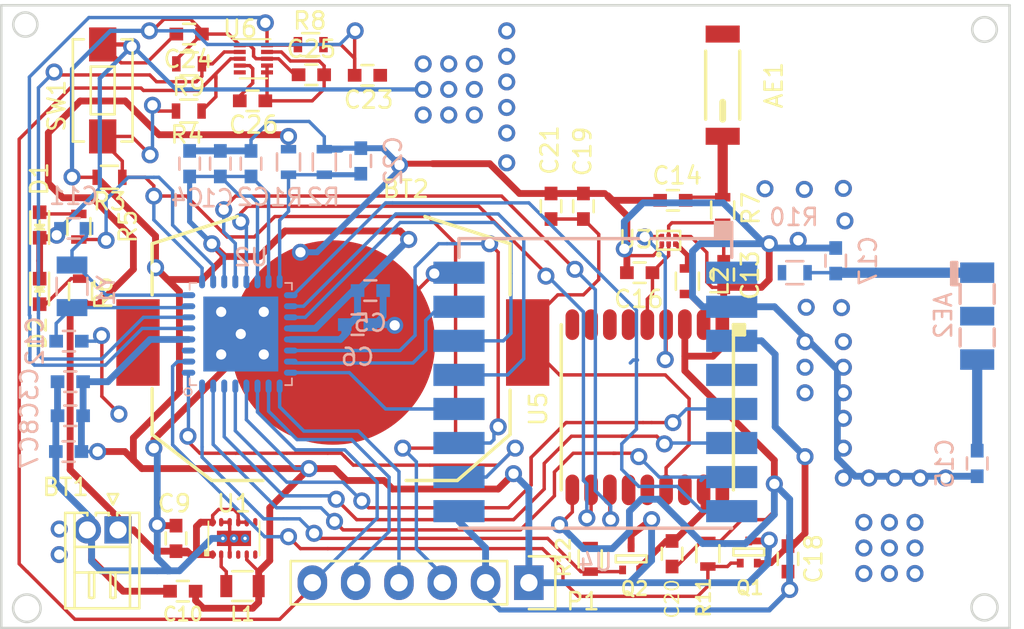
<source format=kicad_pcb>
(kicad_pcb (version 4) (host pcbnew 4.0.5+dfsg1-4~bpo8+1)
  (layers (0 F.Cu signal) (31 B.Cu signal) (34 B.Paste user) (35 F.Paste user) (36 B.SilkS user) (37 F.SilkS user) (38 B.Mask user) (39 F.Mask user) (44 Edge.Cuts user))
  (net 0 "")
  (net 1 "Net-(AE1-Pad1)")
  (net 2 "Net-(AE2-Pad1)")
  (net 3 "Net-(AE2-Pad2)")
  (net 4 /VIN)
  (net 5 GND)
  (net 6 +3V3)
  (net 7 /LFXAL_N)
  (net 8 /LFXAL_P)
  (net 9 "Net-(C13-Pad1)")
  (net 10 /VCC_LORA)
  (net 11 /VCC_GPS)
  (net 12 "Net-(D1-Pad2)")
  (net 13 "Net-(D2-Pad2)")
  (net 14 "Net-(L1-Pad1)")
  (net 15 /RESET)
  (net 16 /SWCLK)
  (net 17 /SWDIO)
  (net 18 /SWO)
  (net 19 /LORA_EN)
  (net 20 /GPS_EN)
  (net 21 /ADC_VIN)
  (net 22 /LED1)
  (net 23 /GPS_ANTON)
  (net 24 /GPS_VCCRF)
  (net 25 /LORA_DIO4)
  (net 26 /LORA_SCK)
  (net 27 /LORA_DIO3)
  (net 28 /LORA_DIO5)
  (net 29 /LORA_DIO2)
  (net 30 /GPS_RXD)
  (net 31 /GPS_TXD)
  (net 32 /LORA_MISO)
  (net 33 /LORA_MOSI)
  (net 34 /LORA_NSS)
  (net 35 /LORA_DIO1)
  (net 36 /LORA_DIO0)
  (net 37 "Net-(BT2-Pad1)")
  (net 38 "Net-(R10-Pad1)")
  (net 39 "Net-(L2-Pad1)")
  (net 40 "Net-(L2-Pad2)")
  (net 41 "Net-(C26-Pad1)")
  (net 42 /SDA)
  (net 43 /SCL)
  (net 44 "Net-(U1-Pad4)")
  (net 45 "Net-(U1-Pad6)")
  (net 46 "Net-(U1-Pad7)")
  (net 47 "Net-(U2-Pad3)")
  (net 48 /LORA_RST)
  (net 49 "Net-(U5-Pad15)")
  (net 50 "Net-(U5-Pad16)")
  (net 51 "Net-(U5-Pad17)")
  (net 52 "Net-(U5-Pad18)")
  (net 53 "Net-(U5-Pad4)")
  (net 54 "Net-(U5-Pad5)")
  (net 55 "Net-(U5-Pad7)")
  (net 56 "Net-(U5-Pad9)")
  (net 57 "Net-(U6-Pad5)")
  (module BAT-HLD-001 (layer F.Cu) (at 105.8 78.3 180)
    (fp_text reference BT2 (at -4.28 9.01 180) (layer F.SilkS))
    (fp_text value BAT-HLD-001)
    (pad 1 smd rect (at -11.43 0 180) (size 2.54 5.08) (layers F.Cu F.Paste F.Mask) (net 37 "Net-(BT2-Pad1)"))
    (pad 0 smd rect (at 11.43 0 180) (size 2.54 5.08) (layers F.Cu F.Paste F.Mask))
    (pad 2 smd circle (at 0 0 180) (size 12 12) (layers F.Cu F.Paste F.Mask) (net 5 GND))
  )
  (module Connectors_Hirose:Hirose_DF13-02P-1.25DS_02x1.25mm_Angled (layer F.Cu) (at 92.9 89.3 180)
    (fp_text reference BT1 (at 2.78 2.51 180) (layer F.SilkS))
    (fp_text value 1.25-2AW)
    (pad 1 thru_hole rect (at -0.3 0 180) (size 1.6 1.6) (drill 1) (layers *.Cu *.Mask) (net 4 /VIN))
    (pad 2 thru_hole oval (at 1.5 0 180) (size 1.6 1.6) (drill 1) (layers *.Cu *.Mask) (net 5 GND))
  )
  (module Footprint_lib:VIA (layer F.Cu) (at 109.43 77.29)
    (fp_text reference REF** hide)
    (fp_text value VIA-0.6mm hide)
    (pad 1 thru_hole circle (at 0 0) (size 1 1) (drill 0.6) (layers *.Cu) (net 5 GND))
  )
  (module my_lib:L70_GPS (layer F.Cu) (at 124.8 81.7 270)
    (fp_text reference U5 (at 0.5 6.95 270) (layer F.SilkS))
    (fp_text value L70)
    (pad 10 smd oval (at -4.45 -3.85 270) (size 1.8 0.8) (layers F.Cu F.Paste F.Mask) (net 5 GND))
    (pad 11 smd oval (at -4.45 -2.75 270) (size 1.8 0.8) (layers F.Cu F.Paste F.Mask) (net 40 "Net-(L2-Pad2)"))
    (pad 12 smd oval (at -4.45 -1.65 270) (size 1.8 0.8) (layers F.Cu F.Paste F.Mask) (net 5 GND))
    (pad 13 smd oval (at -4.45 -0.55 270) (size 1.8 0.8) (layers F.Cu F.Paste F.Mask) (net 23 /GPS_ANTON))
    (pad 14 smd oval (at -4.45 0.55 270) (size 1.8 0.8) (layers F.Cu F.Paste F.Mask) (net 24 /GPS_VCCRF))
    (pad 15 smd oval (at -4.45 1.65 270) (size 1.8 0.8) (layers F.Cu F.Paste F.Mask) (net 49 "Net-(U5-Pad15)"))
    (pad 16 smd oval (at -4.45 2.75 270) (size 1.8 0.8) (layers F.Cu F.Paste F.Mask) (net 50 "Net-(U5-Pad16)"))
    (pad 17 smd oval (at -4.45 3.85 270) (size 1.8 0.8) (layers F.Cu F.Paste F.Mask) (net 51 "Net-(U5-Pad17)"))
    (pad 18 smd oval (at -4.45 4.95 270) (size 1.8 0.8) (layers F.Cu F.Paste F.Mask) (net 52 "Net-(U5-Pad18)"))
    (pad 1 smd oval (at 5.25 4.95 270) (size 1.8 0.8) (layers F.Cu F.Paste F.Mask) (net 5 GND))
    (pad 2 smd oval (at 5.25 3.85 270) (size 1.8 0.8) (layers F.Cu F.Paste F.Mask) (net 31 /GPS_TXD))
    (pad 3 smd oval (at 5.25 2.75 270) (size 1.8 0.8) (layers F.Cu F.Paste F.Mask) (net 30 /GPS_RXD))
    (pad 4 smd oval (at 5.25 1.65 270) (size 1.8 0.8) (layers F.Cu F.Paste F.Mask) (net 53 "Net-(U5-Pad4)"))
    (pad 5 smd oval (at 5.25 0.55 270) (size 1.8 0.8) (layers F.Cu F.Paste F.Mask) (net 54 "Net-(U5-Pad5)"))
    (pad 6 smd oval (at 5.25 -0.55 270) (size 1.8 0.8) (layers F.Cu F.Paste F.Mask) (net 37 "Net-(BT2-Pad1)"))
    (pad 7 smd oval (at 5.25 -1.65 270) (size 1.8 0.8) (layers F.Cu F.Paste F.Mask) (net 55 "Net-(U5-Pad7)"))
    (pad 8 smd oval (at 5.25 -2.75 270) (size 1.8 0.8) (layers F.Cu F.Paste F.Mask) (net 11 /VCC_GPS))
    (pad 9 smd oval (at 5.25 -3.85 270) (size 1.8 0.8) (layers F.Cu F.Paste F.Mask) (net 56 "Net-(U5-Pad9)"))
  )
  (module my_lib:RL-SX1276-868 (layer B.Cu) (at 129.2 72.2 180)
    (fp_text reference U4 (at 8 -19 180) (layer B.SilkS) (effects (justify mirror)))
    (fp_text value SX1276-868)
    (pad 1 smd rect (at 16 -2 180) (size 3 1.3) (layers B.Cu B.Paste B.Mask) (net 5 GND))
    (pad 4 smd rect (at 16 -4 180) (size 3 1.3) (layers B.Cu B.Paste B.Mask) (net 34 /LORA_NSS))
    (pad 6 smd rect (at 16 -6 180) (size 3 1.3) (layers B.Cu B.Paste B.Mask) (net 33 /LORA_MOSI))
    (pad 7 smd rect (at 16 -8 180) (size 3 1.3) (layers B.Cu B.Paste B.Mask) (net 32 /LORA_MISO))
    (pad 5 smd rect (at 16 -10 180) (size 3 1.3) (layers B.Cu B.Paste B.Mask) (net 26 /LORA_SCK))
    (pad 2 smd rect (at 16 -12 180) (size 3 1.3) (layers B.Cu B.Paste B.Mask) (net 28 /LORA_DIO5))
    (pad 13 smd rect (at 16 -14 180) (size 3 1.3) (layers B.Cu B.Paste B.Mask) (net 25 /LORA_DIO4))
    (pad 8 smd rect (at 16 -16 180) (size 3 1.3) (layers B.Cu B.Paste B.Mask) (net 5 GND))
    (pad 14 smd rect (at 0 -16 180) (size 3 1.3) (layers B.Cu B.Paste B.Mask) (net 27 /LORA_DIO3))
    (pad 9 smd rect (at 0 -14 180) (size 3 1.3) (layers B.Cu B.Paste B.Mask) (net 29 /LORA_DIO2))
    (pad 10 smd rect (at 0 -12 180) (size 3 1.3) (layers B.Cu B.Paste B.Mask) (net 35 /LORA_DIO1))
    (pad 11 smd rect (at 0 -10 180) (size 3 1.3) (layers B.Cu B.Paste B.Mask) (net 36 /LORA_DIO0))
    (pad 3 smd rect (at 0 -8 180) (size 3 1.3) (layers B.Cu B.Paste B.Mask) (net 48 /LORA_RST))
    (pad 12 smd rect (at 0 -6 180) (size 3 1.3) (layers B.Cu B.Paste B.Mask) (net 10 /VCC_LORA))
    (pad 15 smd rect (at 0 -4 180) (size 3 1.3) (layers B.Cu B.Paste B.Mask) (net 5 GND))
    (pad 15 smd rect (at 0 -2 180) (size 3 1.3) (layers B.Cu B.Paste B.Mask) (net 5 GND))
  )
  (module Footprint_lib:VIA (layer F.Cu) (at 93.25 82.5)
    (fp_text reference REF** hide)
    (fp_text value VIA-0.6mm hide)
    (pad 1 thru_hole circle (at 0 0) (size 1 1) (drill 0.6) (layers *.Cu) (net 5 GND))
  )
  (module Footprint_lib:VIA (layer F.Cu) (at 133.57 76.23)
    (fp_text reference REF** hide)
    (fp_text value VIA-0.6mm hide)
    (pad 1 thru_hole circle (at 0 0) (size 1 1) (drill 0.6) (layers *.Cu) (net 5 GND))
  )
  (module Footprint_lib:VIA (layer F.Cu) (at 133.5 78.25)
    (fp_text reference REF** hide)
    (fp_text value VIA-0.6mm hide)
    (pad 1 thru_hole circle (at 0 0) (size 1 1) (drill 0.6) (layers *.Cu) (net 5 GND))
  )
  (module Footprint_lib:VIA (layer F.Cu) (at 133.5 79.75)
    (fp_text reference REF** hide)
    (fp_text value VIA-0.6mm hide)
    (pad 1 thru_hole circle (at 0 0) (size 1 1) (drill 0.6) (layers *.Cu) (net 5 GND))
  )
  (module Footprint_lib:VIA (layer F.Cu) (at 114.1 64.94)
    (fp_text reference REF** hide)
    (fp_text value VIA-0.6mm hide)
    (pad 1 thru_hole circle (at 0 0) (size 1 1) (drill 0.6) (layers *.Cu) (net 5 GND))
  )
  (module Footprint_lib:VIA (layer F.Cu) (at 114.1 63.44)
    (fp_text reference REF** hide)
    (fp_text value VIA-0.6mm hide)
    (pad 1 thru_hole circle (at 0 0) (size 1 1) (drill 0.6) (layers *.Cu) (net 5 GND))
  )
  (module Footprint_lib:VIA (layer F.Cu) (at 114.1 61.94)
    (fp_text reference REF** hide)
    (fp_text value VIA-0.6mm hide)
    (pad 1 thru_hole circle (at 0 0) (size 1 1) (drill 0.6) (layers *.Cu) (net 5 GND))
  )
  (module Footprint_lib:VIA (layer F.Cu) (at 112.6 64.94)
    (fp_text reference REF** hide)
    (fp_text value VIA-0.6mm hide)
    (pad 1 thru_hole circle (at 0 0) (size 1 1) (drill 0.6) (layers *.Cu) (net 5 GND))
  )
  (module Footprint_lib:VIA (layer F.Cu) (at 112.6 63.44)
    (fp_text reference REF** hide)
    (fp_text value VIA-0.6mm hide)
    (pad 1 thru_hole circle (at 0 0) (size 1 1) (drill 0.6) (layers *.Cu) (net 5 GND))
  )
  (module Footprint_lib:VIA (layer F.Cu) (at 112.6 61.94)
    (fp_text reference REF** hide)
    (fp_text value VIA-0.6mm hide)
    (pad 1 thru_hole circle (at 0 0) (size 1 1) (drill 0.6) (layers *.Cu) (net 5 GND))
  )
  (module Footprint_lib:VIA (layer F.Cu) (at 111.1 64.94)
    (fp_text reference REF** hide)
    (fp_text value VIA-0.6mm hide)
    (pad 1 thru_hole circle (at 0 0) (size 1 1) (drill 0.6) (layers *.Cu) (net 5 GND))
  )
  (module Footprint_lib:VIA (layer F.Cu) (at 111.1 63.44)
    (fp_text reference REF** hide)
    (fp_text value VIA-0.6mm hide)
    (pad 1 thru_hole circle (at 0 0) (size 1 1) (drill 0.6) (layers *.Cu) (net 5 GND))
  )
  (module Footprint_lib:VIA (layer F.Cu) (at 111.1 61.94)
    (fp_text reference REF** hide)
    (fp_text value VIA-0.6mm hide)
    (pad 1 thru_hole circle (at 0 0) (size 1 1) (drill 0.6) (layers *.Cu) (net 5 GND))
  )
  (module Footprint_lib:VIA (layer F.Cu) (at 139.95 91.86)
    (fp_text reference REF** hide)
    (fp_text value VIA-0.6mm hide)
    (pad 1 thru_hole circle (at 0 0) (size 1 1) (drill 0.6) (layers *.Cu) (net 5 GND))
  )
  (module Footprint_lib:VIA (layer F.Cu) (at 139.95 90.36)
    (fp_text reference REF** hide)
    (fp_text value VIA-0.6mm hide)
    (pad 1 thru_hole circle (at 0 0) (size 1 1) (drill 0.6) (layers *.Cu) (net 5 GND))
  )
  (module Footprint_lib:VIA (layer F.Cu) (at 139.95 88.86)
    (fp_text reference REF** hide)
    (fp_text value VIA-0.6mm hide)
    (pad 1 thru_hole circle (at 0 0) (size 1 1) (drill 0.6) (layers *.Cu) (net 5 GND))
  )
  (module Footprint_lib:VIA (layer F.Cu) (at 138.45 91.86)
    (fp_text reference REF** hide)
    (fp_text value VIA-0.6mm hide)
    (pad 1 thru_hole circle (at 0 0) (size 1 1) (drill 0.6) (layers *.Cu) (net 5 GND))
  )
  (module Footprint_lib:VIA (layer F.Cu) (at 138.45 90.36)
    (fp_text reference REF** hide)
    (fp_text value VIA-0.6mm hide)
    (pad 1 thru_hole circle (at 0 0) (size 1 1) (drill 0.6) (layers *.Cu) (net 5 GND))
  )
  (module Footprint_lib:VIA (layer F.Cu) (at 138.45 88.86)
    (fp_text reference REF** hide)
    (fp_text value VIA-0.6mm hide)
    (pad 1 thru_hole circle (at 0 0) (size 1 1) (drill 0.6) (layers *.Cu) (net 5 GND))
  )
  (module Footprint_lib:VIA (layer F.Cu) (at 136.95 91.86)
    (fp_text reference REF** hide)
    (fp_text value VIA-0.6mm hide)
    (pad 1 thru_hole circle (at 0 0) (size 1 1) (drill 0.6) (layers *.Cu) (net 5 GND))
  )
  (module Footprint_lib:VIA (layer F.Cu) (at 136.95 90.36)
    (fp_text reference REF** hide)
    (fp_text value VIA-0.6mm hide)
    (pad 1 thru_hole circle (at 0 0) (size 1 1) (drill 0.6) (layers *.Cu) (net 5 GND))
  )
  (module Footprint_lib:VIA (layer F.Cu) (at 136.95 88.86)
    (fp_text reference REF** hide)
    (fp_text value VIA-0.6mm hide)
    (pad 1 thru_hole circle (at 0 0) (size 1 1) (drill 0.6) (layers *.Cu) (net 5 GND))
  )
  (module Footprint_lib:VIA (layer F.Cu) (at 116 67.75)
    (fp_text reference REF** hide)
    (fp_text value VIA-0.6mm hide)
    (pad 1 thru_hole circle (at 0 0) (size 1 1) (drill 0.6) (layers *.Cu) (net 5 GND))
  )
  (module Footprint_lib:VIA (layer F.Cu) (at 116 66)
    (fp_text reference REF** hide)
    (fp_text value VIA-0.6mm hide)
    (pad 1 thru_hole circle (at 0 0) (size 1 1) (drill 0.6) (layers *.Cu) (net 5 GND))
  )
  (module Footprint_lib:VIA (layer F.Cu) (at 116 64.5)
    (fp_text reference REF** hide)
    (fp_text value VIA-0.6mm hide)
    (pad 1 thru_hole circle (at 0 0) (size 1 1) (drill 0.6) (layers *.Cu) (net 5 GND))
  )
  (module Footprint_lib:VIA (layer F.Cu) (at 116 63)
    (fp_text reference REF** hide)
    (fp_text value VIA-0.6mm hide)
    (pad 1 thru_hole circle (at 0 0) (size 1 1) (drill 0.6) (layers *.Cu) (net 5 GND))
  )
  (module Footprint_lib:VIA (layer F.Cu) (at 116 61.5)
    (fp_text reference REF** hide)
    (fp_text value VIA-0.6mm hide)
    (pad 1 thru_hole circle (at 0 0) (size 1 1) (drill 0.6) (layers *.Cu) (net 5 GND))
  )
  (module Footprint_lib:VIA (layer F.Cu) (at 116 60)
    (fp_text reference REF** hide)
    (fp_text value VIA-0.6mm hide)
    (pad 1 thru_hole circle (at 0 0) (size 1 1) (drill 0.6) (layers *.Cu) (net 5 GND))
  )
  (module Footprint_lib:VIA (layer F.Cu) (at 89.75 90.75)
    (fp_text reference REF** hide)
    (fp_text value VIA-0.6mm hide)
    (pad 1 thru_hole circle (at 0 0) (size 1 1) (drill 0.6) (layers *.Cu) (net 5 GND))
  )
  (module Footprint_lib:VIA (layer F.Cu) (at 89.75 89.25)
    (fp_text reference REF** hide)
    (fp_text value VIA-0.6mm hide)
    (pad 1 thru_hole circle (at 0 0) (size 1 1) (drill 0.6) (layers *.Cu) (net 5 GND))
  )
  (module Footprint_lib:VIA (layer F.Cu) (at 101.75 79)
    (fp_text reference REF** hide)
    (fp_text value VIA-0.6mm hide)
    (pad 1 thru_hole circle (at 0 0) (size 1 1) (drill 0.6) (layers *.Cu) (net 5 GND))
  )
  (module Footprint_lib:VIA (layer F.Cu) (at 101.75 76.5)
    (fp_text reference REF** hide)
    (fp_text value VIA-0.6mm hide)
    (pad 1 thru_hole circle (at 0 0) (size 1 1) (drill 0.6) (layers *.Cu) (net 5 GND))
  )
  (module Footprint_lib:VIA (layer F.Cu) (at 99.25 79)
    (fp_text reference REF** hide)
    (fp_text value VIA-0.6mm hide)
    (pad 1 thru_hole circle (at 0 0) (size 1 1) (drill 0.6) (layers *.Cu) (net 5 GND))
  )
  (module Footprint_lib:VIA (layer F.Cu) (at 99.25 76.5)
    (fp_text reference REF** hide)
    (fp_text value VIA-0.6mm hide)
    (pad 1 thru_hole circle (at 0 0) (size 1 1) (drill 0.6) (layers *.Cu) (net 5 GND))
  )
  (module Footprint_lib:VIA (layer F.Cu) (at 133.46 69.31)
    (fp_text reference REF** hide)
    (fp_text value VIA-0.6mm hide)
    (pad 1 thru_hole circle (at 0 0) (size 1 1) (drill 0.6) (layers *.Cu) (net 5 GND))
  )
  (module Footprint_lib:VIA (layer F.Cu) (at 133.1 72.3)
    (fp_text reference REF** hide)
    (fp_text value VIA-0.6mm hide)
    (pad 1 thru_hole circle (at 0 0) (size 1 1) (drill 0.6) (layers *.Cu) (net 5 GND))
  )
  (module Footprint_lib:VIA (layer F.Cu) (at 135.75 82.75)
    (fp_text reference REF** hide)
    (fp_text value VIA-0.6mm hide)
    (pad 1 thru_hole circle (at 0 0) (size 1 1) (drill 0.6) (layers *.Cu) (net 5 GND))
  )
  (module Footprint_lib:VIA (layer F.Cu) (at 135.75 81.25)
    (fp_text reference REF** hide)
    (fp_text value VIA-0.6mm hide)
    (pad 1 thru_hole circle (at 0 0) (size 1 1) (drill 0.6) (layers *.Cu) (net 5 GND))
  )
  (module Footprint_lib:VIA (layer F.Cu) (at 135.75 79.75)
    (fp_text reference REF** hide)
    (fp_text value VIA-0.6mm hide)
    (pad 1 thru_hole circle (at 0 0) (size 1 1) (drill 0.6) (layers *.Cu) (net 5 GND))
  )
  (module Footprint_lib:VIA (layer F.Cu) (at 135.75 78.25)
    (fp_text reference REF** hide)
    (fp_text value VIA-0.6mm hide)
    (pad 1 thru_hole circle (at 0 0) (size 1 1) (drill 0.6) (layers *.Cu) (net 5 GND))
  )
  (module Footprint_lib:VIA (layer F.Cu) (at 135.64 76.25)
    (fp_text reference REF** hide)
    (fp_text value VIA-0.6mm hide)
    (pad 1 thru_hole circle (at 0 0) (size 1 1) (drill 0.6) (layers *.Cu) (net 5 GND))
  )
  (module Footprint_lib:VIA (layer F.Cu) (at 133.5 81.25)
    (fp_text reference REF** hide)
    (fp_text value VIA-0.6mm hide)
    (pad 1 thru_hole circle (at 0 0) (size 1 1) (drill 0.6) (layers *.Cu) (net 5 GND))
  )
  (module Footprint_lib:VIA (layer F.Cu) (at 135.75 84.5)
    (fp_text reference REF** hide)
    (fp_text value VIA-0.6mm hide)
    (pad 1 thru_hole circle (at 0 0) (size 1 1) (drill 0.6) (layers *.Cu) (net 5 GND))
  )
  (module Footprint_lib:VIA (layer F.Cu) (at 131.15 69.27)
    (fp_text reference REF** hide)
    (fp_text value VIA-0.6mm hide)
    (pad 1 thru_hole circle (at 0 0) (size 1 1) (drill 0.6) (layers *.Cu) (net 5 GND))
  )
  (module Footprint_lib:VIA (layer F.Cu) (at 135.84 71.16)
    (fp_text reference REF** hide)
    (fp_text value VIA-0.6mm hide)
    (pad 1 thru_hole circle (at 0 0) (size 1 1) (drill 0.6) (layers *.Cu) (net 5 GND))
  )
  (module Footprint_lib:VIA (layer F.Cu) (at 135.75 69.25)
    (fp_text reference REF** hide)
    (fp_text value VIA-0.6mm hide)
    (pad 1 thru_hole circle (at 0 0) (size 1 1) (drill 0.6) (layers *.Cu) (net 5 GND))
  )
  (module Footprint_lib:VIA (layer F.Cu) (at 135.75 86.25)
    (fp_text reference REF** hide)
    (fp_text value VIA-0.6mm hide)
    (pad 1 thru_hole circle (at 0 0) (size 1 1) (drill 0.6) (layers *.Cu) (net 5 GND))
  )
  (module Footprint_lib:VIA (layer F.Cu) (at 141.75 86.25)
    (fp_text reference REF** hide)
    (fp_text value VIA-0.6mm hide)
    (pad 1 thru_hole circle (at 0 0) (size 1 1) (drill 0.6) (layers *.Cu) (net 5 GND))
  )
  (module Footprint_lib:VIA (layer F.Cu) (at 140.25 86.25)
    (fp_text reference REF** hide)
    (fp_text value VIA-0.6mm hide)
    (pad 1 thru_hole circle (at 0 0) (size 1 1) (drill 0.6) (layers *.Cu) (net 5 GND))
  )
  (module Footprint_lib:VIA (layer F.Cu) (at 138.75 86.25)
    (fp_text reference REF** hide)
    (fp_text value VIA-0.6mm hide)
    (pad 1 thru_hole circle (at 0 0) (size 1 1) (drill 0.6) (layers *.Cu) (net 5 GND))
  )
  (module my_lib:1575AT43A0040E-ANTENNA (layer F.Cu) (at 128.67 66.19 90)
    (fp_text reference AE1 (at 3 3 90) (layer F.SilkS))
    (fp_text value 1575AT43A0040E)
    (pad 1 smd rect (at 0 0 90) (size 1 2) (layers F.Cu F.Paste F.Mask) (net 1 "Net-(AE1-Pad1)"))
    (pad 2 smd rect (at 6 0 90) (size 1 2) (layers F.Cu F.Paste F.Mask))
  )
  (module my_lib:M620720-ANTENNA (layer B.Cu) (at 143.6 74.2 270)
    (fp_text reference AE2 (at 2.52 1.99 270) (layer B.SilkS) (effects (justify mirror)))
    (fp_text value M620720)
    (pad 1 smd rect (at 0 0 270) (size 1.2 2) (layers B.Cu B.Paste B.Mask) (net 2 "Net-(AE2-Pad1)"))
    (pad 2 smd rect (at 5.1 0 270) (size 1.2 2) (layers B.Cu B.Paste B.Mask) (net 3 "Net-(AE2-Pad2)"))
    (pad "" smd rect (at 2.55 0 270) (size 1.1 2) (layers B.Cu B.Paste B.Mask))
  )
  (module Capacitors_SMD:C_0603 (layer B.Cu) (at 99.2 67.8 90)
    (fp_text reference C1 (at -2.04 -0.18 180) (layer B.SilkS) (effects (justify mirror)))
    (fp_text value 104)
    (pad 1 smd rect (at -0.75 0 90) (size 0.8 0.75) (layers B.Cu B.Paste B.Mask) (net 6 +3V3))
    (pad 2 smd rect (at 0.75 0 90) (size 0.8 0.75) (layers B.Cu B.Paste B.Mask) (net 5 GND))
  )
  (module Capacitors_SMD:C_0603 (layer B.Cu) (at 101 67.8 90)
    (fp_text reference C2 (at -1.96 0.13 180) (layer B.SilkS) (effects (justify mirror)))
    (fp_text value 104)
    (pad 1 smd rect (at -0.75 0 90) (size 0.8 0.75) (layers B.Cu B.Paste B.Mask) (net 6 +3V3))
    (pad 2 smd rect (at 0.75 0 90) (size 0.8 0.75) (layers B.Cu B.Paste B.Mask) (net 5 GND))
  )
  (module Capacitors_SMD:C_0603 (layer B.Cu) (at 90.4 80.6 180)
    (fp_text reference C3 (at 2.4 -0.15 270) (layer B.SilkS) (effects (justify mirror)))
    (fp_text value 104)
    (pad 1 smd rect (at -0.75 0 180) (size 0.8 0.75) (layers B.Cu B.Paste B.Mask) (net 6 +3V3))
    (pad 2 smd rect (at 0.75 0 180) (size 0.8 0.75) (layers B.Cu B.Paste B.Mask) (net 5 GND))
  )
  (module Capacitors_SMD:C_0603 (layer B.Cu) (at 97.4 67.8 90)
    (fp_text reference C4 (at -2 -0.13 360) (layer B.SilkS) (effects (justify mirror)))
    (fp_text value 104)
    (pad 1 smd rect (at -0.75 0 90) (size 0.8 0.75) (layers B.Cu B.Paste B.Mask) (net 6 +3V3))
    (pad 2 smd rect (at 0.75 0 90) (size 0.8 0.75) (layers B.Cu B.Paste B.Mask) (net 5 GND))
  )
  (module Capacitors_SMD:C_0603 (layer B.Cu) (at 108 75.25)
    (fp_text reference C5 (at 0 1.9) (layer B.SilkS) (effects (justify mirror)))
    (fp_text value 104)
    (pad 1 smd rect (at -0.75 0) (size 0.8 0.75) (layers B.Cu B.Paste B.Mask) (net 6 +3V3))
    (pad 2 smd rect (at 0.75 0) (size 0.8 0.75) (layers B.Cu B.Paste B.Mask) (net 5 GND))
  )
  (module Capacitors_SMD:C_0603 (layer B.Cu) (at 107.25 77.25)
    (fp_text reference C6 (at 0 1.9) (layer B.SilkS) (effects (justify mirror)))
    (fp_text value 104)
    (pad 1 smd rect (at -0.75 0) (size 0.8 0.75) (layers B.Cu B.Paste B.Mask) (net 6 +3V3))
    (pad 2 smd rect (at 0.75 0) (size 0.8 0.75) (layers B.Cu B.Paste B.Mask) (net 5 GND))
  )
  (module Capacitors_SMD:C_0603 (layer B.Cu) (at 90.3 84.7 180)
    (fp_text reference C7 (at 2.3 -0.05 270) (layer B.SilkS) (effects (justify mirror)))
    (fp_text value 1uF)
    (pad 1 smd rect (at -0.75 0 180) (size 0.8 0.75) (layers B.Cu B.Paste B.Mask) (net 6 +3V3))
    (pad 2 smd rect (at 0.75 0 180) (size 0.8 0.75) (layers B.Cu B.Paste B.Mask) (net 5 GND))
  )
  (module Capacitors_SMD:C_0603 (layer B.Cu) (at 90.4 82.6 180)
    (fp_text reference C8 (at 2.4 -0.15 270) (layer B.SilkS) (effects (justify mirror)))
    (fp_text value 10uF)
    (pad 1 smd rect (at -0.75 0 180) (size 0.8 0.75) (layers B.Cu B.Paste B.Mask) (net 6 +3V3))
    (pad 2 smd rect (at 0.75 0 180) (size 0.8 0.75) (layers B.Cu B.Paste B.Mask) (net 5 GND))
  )
  (module Capacitors_SMD:C_0603 (layer F.Cu) (at 96.6 89.8 90)
    (fp_text reference C9 (at 2.05 -0.1 180) (layer F.SilkS))
    (fp_text value 10uF)
    (pad 1 smd rect (at -0.75 0 90) (size 0.8 0.75) (layers F.Cu F.Paste F.Mask) (net 4 /VIN))
    (pad 2 smd rect (at 0.75 0 90) (size 0.8 0.75) (layers F.Cu F.Paste F.Mask) (net 5 GND))
  )
  (module Capacitors_SMD:C_0603 (layer F.Cu) (at 97 92.9 180)
    (fp_text reference C10 (at 0 -1.35 180) (layer F.SilkS) (effects (font (size 0.8 0.8))))
    (fp_text value 10uF)
    (pad 1 smd rect (at -0.75 0 180) (size 0.8 0.75) (layers F.Cu F.Paste F.Mask) (net 6 +3V3))
    (pad 2 smd rect (at 0.75 0 180) (size 0.8 0.75) (layers F.Cu F.Paste F.Mask) (net 5 GND))
  )
  (module Capacitors_SMD:C_0603 (layer B.Cu) (at 90.6 71.6 180)
    (fp_text reference C11 (at 0 1.9 180) (layer B.SilkS) (effects (justify mirror)))
    (fp_text value 22pF)
    (pad 1 smd rect (at -0.75 0 180) (size 0.8 0.75) (layers B.Cu B.Paste B.Mask) (net 7 /LFXAL_N))
    (pad 2 smd rect (at 0.75 0 180) (size 0.8 0.75) (layers B.Cu B.Paste B.Mask) (net 5 GND))
  )
  (module Capacitors_SMD:C_0603 (layer B.Cu) (at 90.32 78.22)
    (fp_text reference C12 (at -2 0 270) (layer B.SilkS) (effects (justify mirror)))
    (fp_text value 22pF)
    (pad 1 smd rect (at -0.75 0) (size 0.8 0.75) (layers B.Cu B.Paste B.Mask) (net 8 /LFXAL_P))
    (pad 2 smd rect (at 0.75 0) (size 0.8 0.75) (layers B.Cu B.Paste B.Mask) (net 5 GND))
  )
  (module Capacitors_SMD:C_0603 (layer F.Cu) (at 128.73 74.31 270)
    (fp_text reference C13 (at 0.04 -1.55 270) (layer F.SilkS))
    (fp_text value NM)
    (pad 1 smd rect (at -0.75 0 270) (size 0.8 0.75) (layers F.Cu F.Paste F.Mask) (net 9 "Net-(C13-Pad1)"))
    (pad 2 smd rect (at 0.75 0 270) (size 0.8 0.75) (layers F.Cu F.Paste F.Mask) (net 5 GND))
  )
  (module Capacitors_SMD:C_0603 (layer F.Cu) (at 125.75 69.95 180)
    (fp_text reference C14 (at -0.25 1.45 180) (layer F.SilkS))
    (fp_text value NM)
    (pad 1 smd rect (at -0.75 0 180) (size 0.8 0.75) (layers F.Cu F.Paste F.Mask) (net 1 "Net-(AE1-Pad1)"))
    (pad 2 smd rect (at 0.75 0 180) (size 0.8 0.75) (layers F.Cu F.Paste F.Mask) (net 5 GND))
  )
  (module Capacitors_SMD:C_0603 (layer B.Cu) (at 143.6 85.4 270)
    (fp_text reference C15 (at 0 1.9 270) (layer B.SilkS) (effects (justify mirror)))
    (fp_text value 6.8pF)
    (pad 1 smd rect (at -0.75 0 270) (size 0.8 0.75) (layers B.Cu B.Paste B.Mask) (net 3 "Net-(AE2-Pad2)"))
    (pad 2 smd rect (at 0.75 0 270) (size 0.8 0.75) (layers B.Cu B.Paste B.Mask) (net 5 GND))
  )
  (module Capacitors_SMD:C_0603 (layer F.Cu) (at 123.8 74.2 180)
    (fp_text reference C16 (at 0.05 -1.55 180) (layer F.SilkS))
    (fp_text value 1nF)
    (pad 1 smd rect (at -0.75 0 180) (size 0.8 0.75) (layers F.Cu F.Paste F.Mask) (net 24 /GPS_VCCRF))
    (pad 2 smd rect (at 0.75 0 180) (size 0.8 0.75) (layers F.Cu F.Paste F.Mask) (net 5 GND))
  )
  (module Capacitors_SMD:C_0603 (layer B.Cu) (at 135.3 73.5 90)
    (fp_text reference C17 (at 0 1.9 90) (layer B.SilkS) (effects (justify mirror)))
    (fp_text value 82pF)
    (pad 1 smd rect (at -0.75 0 90) (size 0.8 0.75) (layers B.Cu B.Paste B.Mask) (net 2 "Net-(AE2-Pad1)"))
    (pad 2 smd rect (at 0.75 0 90) (size 0.8 0.75) (layers B.Cu B.Paste B.Mask) (net 5 GND))
  )
  (module Capacitors_SMD:C_0603 (layer F.Cu) (at 132.5 91 270)
    (fp_text reference C18 (at 0 -1.5 270) (layer F.SilkS))
    (fp_text value 104)
    (pad 1 smd rect (at -0.75 0 270) (size 0.8 0.75) (layers F.Cu F.Paste F.Mask) (net 10 /VCC_LORA))
    (pad 2 smd rect (at 0.75 0 270) (size 0.8 0.75) (layers F.Cu F.Paste F.Mask) (net 5 GND))
  )
  (module Capacitors_SMD:C_0603 (layer F.Cu) (at 120.5 70.3 90)
    (fp_text reference C19 (at 3.22 -0.05 270) (layer F.SilkS))
    (fp_text value 4.7uF)
    (pad 1 smd rect (at -0.75 0 90) (size 0.8 0.75) (layers F.Cu F.Paste F.Mask) (net 37 "Net-(BT2-Pad1)"))
    (pad 2 smd rect (at 0.75 0 90) (size 0.8 0.75) (layers F.Cu F.Paste F.Mask) (net 5 GND))
  )
  (module Capacitors_SMD:C_0603 (layer F.Cu) (at 125.7 90.7 270)
    (fp_text reference C20 (at 2.65 0 270) (layer F.SilkS) (effects (font (size 0.8 0.8) (thickness 0.1))))
    (fp_text value 104)
    (pad 1 smd rect (at -0.75 0 270) (size 0.8 0.75) (layers F.Cu F.Paste F.Mask) (net 11 /VCC_GPS))
    (pad 2 smd rect (at 0.75 0 270) (size 0.8 0.75) (layers F.Cu F.Paste F.Mask) (net 5 GND))
  )
  (module Capacitors_SMD:C_0603 (layer F.Cu) (at 118.6 70.3 90)
    (fp_text reference C21 (at 3.3 -0.08 90) (layer F.SilkS))
    (fp_text value 104)
    (pad 1 smd rect (at -0.75 0 90) (size 0.8 0.75) (layers F.Cu F.Paste F.Mask) (net 37 "Net-(BT2-Pad1)"))
    (pad 2 smd rect (at 0.75 0 90) (size 0.8 0.75) (layers F.Cu F.Paste F.Mask) (net 5 GND))
  )
  (module LEDs:LED_0603 (layer F.Cu) (at 88.6 71.4 90)
    (fp_text reference D1 (at 2.71 -0.02 270) (layer F.SilkS))
    (fp_text value LED)
    (pad 2 smd rect (at 0.7493 0 270) (size 0.79756 0.79756) (layers F.Cu F.Paste F.Mask) (net 12 "Net-(D1-Pad2)"))
    (pad 1 smd rect (at -0.7493 0 270) (size 0.79756 0.79756) (layers F.Cu F.Paste F.Mask) (net 5 GND))
  )
  (module LEDs:LED_0603 (layer F.Cu) (at 88.6 75.3 270)
    (fp_text reference D2 (at 2.45 0.1 270) (layer F.SilkS))
    (fp_text value LED)
    (pad 2 smd rect (at 0.7493 0 90) (size 0.79756 0.79756) (layers F.Cu F.Paste F.Mask) (net 13 "Net-(D2-Pad2)"))
    (pad 1 smd rect (at -0.7493 0 90) (size 0.79756 0.79756) (layers F.Cu F.Paste F.Mask) (net 5 GND))
  )
  (module Resistors_SMD:R_0805 (layer F.Cu) (at 100.5 92.6)
    (fp_text reference L1 (at 0 1.65) (layer F.SilkS) (effects (font (size 0.8 0.8))))
    (fp_text value 2.2uH)
    (pad 1 smd rect (at -0.95 0) (size 0.7 1.3) (layers F.Cu F.Paste F.Mask) (net 14 "Net-(L1-Pad1)"))
    (pad 2 smd rect (at 0.95 0) (size 0.7 1.3) (layers F.Cu F.Paste F.Mask) (net 6 +3V3))
  )
  (module Pin_Headers:Pin_Header_Straight_1x06 (layer F.Cu) (at 117.3 92.4 270)
    (fp_text reference P1 (at 1.1 -3.17 360) (layer F.SilkS))
    (fp_text value CONN_01X06)
    (pad 1 thru_hole rect (at 0 0 270) (size 2.032 1.7272) (drill 1.016) (layers *.Cu *.Mask) (net 6 +3V3))
    (pad 2 thru_hole oval (at 0 2.54 270) (size 2.032 1.7272) (drill 1.016) (layers *.Cu *.Mask) (net 5 GND))
    (pad 3 thru_hole oval (at 0 5.08 270) (size 2.032 1.7272) (drill 1.016) (layers *.Cu *.Mask) (net 15 /RESET))
    (pad 4 thru_hole oval (at 0 7.62 270) (size 2.032 1.7272) (drill 1.016) (layers *.Cu *.Mask) (net 16 /SWCLK))
    (pad 5 thru_hole oval (at 0 10.16 270) (size 2.032 1.7272) (drill 1.016) (layers *.Cu *.Mask) (net 17 /SWDIO))
    (pad 6 thru_hole oval (at 0 12.7 270) (size 2.032 1.7272) (drill 1.016) (layers *.Cu *.Mask) (net 18 /SWO))
  )
  (module my_lib:SOT-523 (layer F.Cu) (at 130.2 90.6 90)
    (fp_text reference Q1 (at -2.1 0.06 180) (layer F.SilkS) (effects (font (size 0.8 0.8))))
    (fp_text value DMG1012T-7)
    (pad 1 smd rect (at -0.65 -0.5 270) (size 0.51 0.4) (layers F.Cu F.Paste F.Mask) (net 19 /LORA_EN))
    (pad 2 smd rect (at -0.65 0.5 270) (size 0.51 0.4) (layers F.Cu F.Paste F.Mask) (net 10 /VCC_LORA))
    (pad 3 smd rect (at 0.65 0 270) (size 0.51 0.4) (layers F.Cu F.Paste F.Mask) (net 6 +3V3))
  )
  (module my_lib:SOT-523 (layer F.Cu) (at 123.3 91 90)
    (fp_text reference Q2 (at -1.75 0.2 180) (layer F.SilkS) (effects (font (size 0.8 0.8))))
    (fp_text value DMG1012T-7)
    (pad 1 smd rect (at -0.65 -0.5 270) (size 0.51 0.4) (layers F.Cu F.Paste F.Mask) (net 20 /GPS_EN))
    (pad 2 smd rect (at -0.65 0.5 270) (size 0.51 0.4) (layers F.Cu F.Paste F.Mask) (net 11 /VCC_GPS))
    (pad 3 smd rect (at 0.65 0 270) (size 0.51 0.4) (layers F.Cu F.Paste F.Mask) (net 6 +3V3))
  )
  (module Resistors_SMD:R_0603 (layer B.Cu) (at 103.2 67.7 270)
    (fp_text reference R1 (at 2.08 0.12 360) (layer B.SilkS) (effects (justify mirror)))
    (fp_text value 440K)
    (pad 1 smd rect (at -0.75 0 270) (size 0.5 0.9) (layers B.Cu B.Paste B.Mask) (net 4 /VIN))
    (pad 2 smd rect (at 0.75 0 270) (size 0.5 0.9) (layers B.Cu B.Paste B.Mask) (net 21 /ADC_VIN))
  )
  (module Resistors_SMD:R_0603 (layer B.Cu) (at 105.3 67.7 90)
    (fp_text reference R2 (at -2.06 -0.06 180) (layer B.SilkS) (effects (justify mirror)))
    (fp_text value 1M)
    (pad 1 smd rect (at -0.75 0 90) (size 0.5 0.9) (layers B.Cu B.Paste B.Mask) (net 21 /ADC_VIN))
    (pad 2 smd rect (at 0.75 0 90) (size 0.5 0.9) (layers B.Cu B.Paste B.Mask) (net 5 GND))
  )
  (module Resistors_SMD:R_0603 (layer F.Cu) (at 92.7 68.6)
    (fp_text reference R3 (at 0 1.42) (layer F.SilkS))
    (fp_text value 10k)
    (pad 1 smd rect (at -0.75 0) (size 0.5 0.9) (layers F.Cu F.Paste F.Mask) (net 6 +3V3))
    (pad 2 smd rect (at 0.75 0) (size 0.5 0.9) (layers F.Cu F.Paste F.Mask) (net 15 /RESET))
  )
  (module Resistors_SMD:R_0603 (layer F.Cu) (at 90.9 71.5 90)
    (fp_text reference R5 (at 0.01 2.88 270) (layer F.SilkS))
    (fp_text value 1k)
    (pad 1 smd rect (at -0.75 0 90) (size 0.5 0.9) (layers F.Cu F.Paste F.Mask) (net 22 /LED1))
    (pad 2 smd rect (at 0.75 0 90) (size 0.5 0.9) (layers F.Cu F.Paste F.Mask) (net 12 "Net-(D1-Pad2)"))
  )
  (module Resistors_SMD:R_0603 (layer F.Cu) (at 91 75.3 90)
    (fp_text reference R6 (at -0.1 1.35 90) (layer F.SilkS))
    (fp_text value 1k)
    (pad 1 smd rect (at -0.75 0 90) (size 0.5 0.9) (layers F.Cu F.Paste F.Mask) (net 4 /VIN))
    (pad 2 smd rect (at 0.75 0 90) (size 0.5 0.9) (layers F.Cu F.Paste F.Mask) (net 13 "Net-(D2-Pad2)"))
  )
  (module Resistors_SMD:R_0603 (layer F.Cu) (at 128.67 70.52 90)
    (fp_text reference R7 (at 0.1 1.65 90) (layer F.SilkS))
    (fp_text value 0R)
    (pad 1 smd rect (at -0.75 0 90) (size 0.5 0.9) (layers F.Cu F.Paste F.Mask) (net 9 "Net-(C13-Pad1)"))
    (pad 2 smd rect (at 0.75 0 90) (size 0.5 0.9) (layers F.Cu F.Paste F.Mask) (net 1 "Net-(AE1-Pad1)"))
  )
  (module Resistors_SMD:R_0603 (layer B.Cu) (at 132.9 74.2)
    (fp_text reference R10 (at -0.05 -3.26) (layer B.SilkS) (effects (justify mirror)))
    (fp_text value 0R)
    (pad 1 smd rect (at -0.75 0) (size 0.5 0.9) (layers B.Cu B.Paste B.Mask) (net 38 "Net-(R10-Pad1)"))
    (pad 2 smd rect (at 0.75 0) (size 0.5 0.9) (layers B.Cu B.Paste B.Mask) (net 2 "Net-(AE2-Pad1)"))
  )
  (module Resistors_SMD:R_0603 (layer F.Cu) (at 127.8 90.7 90)
    (fp_text reference R11 (at -2.57 -0.25 90) (layer F.SilkS) (effects (font (size 0.8 0.8))))
    (fp_text value 1M)
    (pad 1 smd rect (at -0.75 0 90) (size 0.5 0.9) (layers F.Cu F.Paste F.Mask) (net 19 /LORA_EN))
    (pad 2 smd rect (at 0.75 0 90) (size 0.5 0.9) (layers F.Cu F.Paste F.Mask) (net 5 GND))
  )
  (module Resistors_SMD:R_0603 (layer F.Cu) (at 120.9 91 90)
    (fp_text reference R12 (at 0.09 -1.57 90) (layer F.SilkS) (effects (font (size 0.8 0.8))))
    (fp_text value 1M)
    (pad 1 smd rect (at -0.75 0 90) (size 0.5 0.9) (layers F.Cu F.Paste F.Mask) (net 20 /GPS_EN))
    (pad 2 smd rect (at 0.75 0 90) (size 0.5 0.9) (layers F.Cu F.Paste F.Mask) (net 5 GND))
  )
  (module my_lib:SW (layer F.Cu) (at 92.3 63.5 90)
    (fp_text reference SW1 (at -0.9 -2.7 90) (layer F.SilkS))
    (fp_text value SW_2P)
    (pad 2 smd rect (at 2.7 0 90) (size 2 1.6) (layers F.Cu F.Paste F.Mask) (net 5 GND))
    (pad 1 smd rect (at -2.7 0 90) (size 2 1.6) (layers F.Cu F.Paste F.Mask) (net 15 /RESET))
  )
  (module my_lib:WSON-12_3x2 (layer F.Cu) (at 100 89.8 90)
    (fp_text reference U1 (at 2.05 0 180) (layer F.SilkS))
    (fp_text value TPS62740)
    (pad 1 smd oval (at -0.95 -1.25 90) (size 0.5 0.25) (layers F.Cu F.Paste F.Mask) (net 4 /VIN))
    (pad 2 smd oval (at -0.95 -0.75 90) (size 0.5 0.25) (layers F.Cu F.Paste F.Mask) (net 14 "Net-(L1-Pad1)"))
    (pad 3 smd oval (at -0.95 -0.25 90) (size 0.5 0.25) (layers F.Cu F.Paste F.Mask) (net 5 GND))
    (pad 4 smd oval (at -0.95 0.25 90) (size 0.5 0.25) (layers F.Cu F.Paste F.Mask) (net 44 "Net-(U1-Pad4)"))
    (pad 5 smd oval (at -0.95 0.75 90) (size 0.5 0.25) (layers F.Cu F.Paste F.Mask) (net 6 +3V3))
    (pad 6 smd oval (at -0.95 1.25 90) (size 0.5 0.25) (layers F.Cu F.Paste F.Mask) (net 45 "Net-(U1-Pad6)"))
    (pad 7 smd oval (at 0.95 1.25 90) (size 0.5 0.25) (layers F.Cu F.Paste F.Mask) (net 46 "Net-(U1-Pad7)"))
    (pad 8 smd oval (at 0.95 0.75 90) (size 0.5 0.25) (layers F.Cu F.Paste F.Mask) (net 4 /VIN))
    (pad 9 smd oval (at 0.95 0.25 90) (size 0.5 0.25) (layers F.Cu F.Paste F.Mask) (net 4 /VIN))
    (pad 10 smd oval (at 0.95 -0.25 90) (size 0.5 0.25) (layers F.Cu F.Paste F.Mask) (net 5 GND))
    (pad 11 smd oval (at 0.95 -0.75 90) (size 0.5 0.25) (layers F.Cu F.Paste F.Mask) (net 5 GND))
    (pad 12 smd oval (at 0.95 -1.25 90) (size 0.5 0.25) (layers F.Cu F.Paste F.Mask) (net 4 /VIN))
    (pad 0 smd rect (at 0 0 90) (size 0.9 2) (layers F.Cu F.Paste F.Mask) (net 5 GND))
    (pad 0 thru_hole circle (at 0 -0.65 90) (size 0.5 0.5) (drill 0.2) (layers *.Cu *.Mask) (net 5 GND))
    (pad 0 thru_hole circle (at 0 0 90) (size 0.5 0.5) (drill 0.2) (layers *.Cu *.Mask) (net 5 GND))
    (pad 0 thru_hole circle (at 0 0.65 90) (size 0.5 0.5) (drill 0.2) (layers *.Cu *.Mask) (net 5 GND))
  )
  (module my_lib:QFN-32-1EP_6x6mm_Pitch0.65mm (layer B.Cu) (at 100.4 77.8)
    (fp_text reference U2 (at 0.6 -4.5) (layer B.SilkS) (effects (justify mirror)))
    (fp_text value EFM32ZG210)
    (pad 1 smd oval (at -3.07 2.27) (size 0.8 0.35) (layers B.Cu B.Paste B.Mask) (net 25 /LORA_DIO4))
    (pad 9 smd oval (at -2.27 -3.08 270) (size 0.8 0.35) (layers B.Cu B.Paste B.Mask) (net 15 /RESET))
    (pad 24 smd oval (at 2.93 2.27) (size 0.8 0.35) (layers B.Cu B.Paste B.Mask) (net 26 /LORA_SCK))
    (pad 32 smd oval (at -2.27 3.07 270) (size 0.8 0.35) (layers B.Cu B.Paste B.Mask) (net 20 /GPS_EN))
    (pad 2 smd oval (at -3.07 1.62) (size 0.8 0.35) (layers B.Cu B.Paste B.Mask) (net 19 /LORA_EN))
    (pad 3 smd oval (at -3.07 0.97) (size 0.8 0.35) (layers B.Cu B.Paste B.Mask) (net 47 "Net-(U2-Pad3)"))
    (pad 4 smd oval (at -3.07 0.32) (size 0.8 0.35) (layers B.Cu B.Paste B.Mask) (net 6 +3V3))
    (pad 5 smd oval (at -3.07 -0.33) (size 0.8 0.35) (layers B.Cu B.Paste B.Mask) (net 42 /SDA))
    (pad 6 smd oval (at -3.07 -0.98) (size 0.8 0.35) (layers B.Cu B.Paste B.Mask) (net 43 /SCL))
    (pad 7 smd oval (at -3.07 -1.63) (size 0.8 0.35) (layers B.Cu B.Paste B.Mask) (net 8 /LFXAL_P))
    (pad 8 smd oval (at -3.07 -2.28) (size 0.8 0.35) (layers B.Cu B.Paste B.Mask) (net 7 /LFXAL_N))
    (pad 25 smd oval (at 2.28 3.07 270) (size 0.8 0.35) (layers B.Cu B.Paste B.Mask) (net 16 /SWCLK))
    (pad 26 smd oval (at 1.63 3.07 270) (size 0.8 0.35) (layers B.Cu B.Paste B.Mask) (net 17 /SWDIO))
    (pad 27 smd oval (at 0.98 3.07 270) (size 0.8 0.35) (layers B.Cu B.Paste B.Mask) (net 18 /SWO))
    (pad 28 smd oval (at 0.33 3.07 270) (size 0.8 0.35) (layers B.Cu B.Paste B.Mask) (net 6 +3V3))
    (pad 29 smd oval (at -0.32 3.07 270) (size 0.8 0.35) (layers B.Cu B.Paste B.Mask) (net 36 /LORA_DIO0))
    (pad 30 smd oval (at -0.97 3.07 270) (size 0.8 0.35) (layers B.Cu B.Paste B.Mask) (net 35 /LORA_DIO1))
    (pad 31 smd oval (at -1.62 3.07 270) (size 0.8 0.35) (layers B.Cu B.Paste B.Mask) (net 29 /LORA_DIO2))
    (pad 10 smd oval (at -1.62 -3.08 270) (size 0.8 0.35) (layers B.Cu B.Paste B.Mask) (net 22 /LED1))
    (pad 11 smd oval (at -0.97 -3.08 270) (size 0.8 0.35) (layers B.Cu B.Paste B.Mask) (net 6 +3V3))
    (pad 12 smd oval (at -0.32 -3.08 270) (size 0.8 0.35) (layers B.Cu B.Paste B.Mask) (net 30 /GPS_RXD))
    (pad 13 smd oval (at 0.33 -3.08 270) (size 0.8 0.35) (layers B.Cu B.Paste B.Mask) (net 31 /GPS_TXD))
    (pad 14 smd oval (at 0.98 -3.08 270) (size 0.8 0.35) (layers B.Cu B.Paste B.Mask) (net 6 +3V3))
    (pad 15 smd oval (at 1.63 -3.08 270) (size 0.8 0.35) (layers B.Cu B.Paste B.Mask) (net 6 +3V3))
    (pad 16 smd oval (at 2.28 -3.08 270) (size 0.8 0.35) (layers B.Cu B.Paste B.Mask) (net 21 /ADC_VIN))
    (pad 17 smd oval (at 2.93 -2.28) (size 0.8 0.35) (layers B.Cu B.Paste B.Mask) (net 27 /LORA_DIO3))
    (pad 18 smd oval (at 2.93 -1.63) (size 0.8 0.35) (layers B.Cu B.Paste B.Mask) (net 32 /LORA_MISO))
    (pad 19 smd oval (at 2.93 -0.98) (size 0.8 0.35) (layers B.Cu B.Paste B.Mask) (net 33 /LORA_MOSI))
    (pad 20 smd oval (at 2.93 -0.33) (size 0.8 0.35) (layers B.Cu B.Paste B.Mask) (net 6 +3V3))
    (pad 21 smd oval (at 2.93 0.32) (size 0.8 0.35) (layers B.Cu B.Paste B.Mask) (net 6 +3V3))
    (pad 22 smd oval (at 2.93 0.97) (size 0.8 0.35) (layers B.Cu B.Paste B.Mask) (net 28 /LORA_DIO5))
    (pad 23 smd oval (at 2.93 1.62) (size 0.8 0.35) (layers B.Cu B.Paste B.Mask) (net 34 /LORA_NSS))
    (pad 0 smd rect (at 0 0) (size 4.4 4.4) (layers B.Cu B.Paste B.Mask) (net 5 GND))
  )
  (module my_lib:Crystal_SMD_32768 (layer B.Cu) (at 90.5 75 270)
    (fp_text reference Y1 (at 0.25 -2 270) (layer B.SilkS) (effects (justify mirror)))
    (fp_text value ECS-.327-12.5-34B-TR)
    (pad 2 smd rect (at 1.25 0 270) (size 1 1.8) (layers B.Cu B.Paste B.Mask) (net 8 /LFXAL_P))
    (pad 1 smd rect (at -1.25 0 270) (size 1 1.8) (layers B.Cu B.Paste B.Mask) (net 7 /LFXAL_N))
  )
  (module Resistors_SMD:R_0603 (layer F.Cu) (at 126.6 74.7 270)
    (fp_text reference L2 (at 0 -1.9 270) (layer F.SilkS))
    (fp_text value 56pF)
    (pad 1 smd rect (at -0.75 0 270) (size 0.5 0.9) (layers F.Cu F.Paste F.Mask) (net 39 "Net-(L2-Pad1)"))
    (pad 2 smd rect (at 0.75 0 270) (size 0.5 0.9) (layers F.Cu F.Paste F.Mask) (net 40 "Net-(L2-Pad2)"))
  )
  (module my_lib:TSLP-6-3 (layer F.Cu) (at 125.5 72.3 90)
    (fp_text reference U3 (at 0.05 -1.95 180) (layer F.SilkS))
    (fp_text value BGA825L6S)
    (pad 1 smd rect (at -0.225 -0.4 90) (size 0.325 0.27) (layers F.Cu F.Paste F.Mask) (net 5 GND))
    (pad 2 smd rect (at -0.225 0 90) (size 0.325 0.27) (layers F.Cu F.Paste F.Mask) (net 24 /GPS_VCCRF))
    (pad 3 smd rect (at -0.225 0.4 90) (size 0.325 0.27) (layers F.Cu F.Paste F.Mask) (net 39 "Net-(L2-Pad1)"))
    (pad 4 smd rect (at 0.225 0.4 90) (size 0.325 0.27) (layers F.Cu F.Paste F.Mask) (net 5 GND))
    (pad 5 smd rect (at 0.225 0 90) (size 0.325 0.27) (layers F.Cu F.Paste F.Mask) (net 9 "Net-(C13-Pad1)"))
    (pad 6 smd rect (at 0.225 -0.4 90) (size 0.325 0.27) (layers F.Cu F.Paste F.Mask) (net 23 /GPS_ANTON))
  )
  (module Footprint_lib:VIA (layer F.Cu) (at 137.25 86.25)
    (fp_text reference REF** hide)
    (fp_text value VIA-0.6mm hide)
    (pad 1 thru_hole circle (at 0 0) (size 1 1) (drill 0.6) (layers *.Cu) (net 5 GND))
  )
  (module Capacitors_SMD:C_0603 (layer B.Cu) (at 107.44 67.64 90)
    (fp_text reference C22 (at 0 1.9 90) (layer B.SilkS) (effects (justify mirror)))
    (fp_text value 104)
    (pad 1 smd rect (at -0.75 0 90) (size 0.8 0.75) (layers B.Cu B.Paste B.Mask) (net 21 /ADC_VIN))
    (pad 2 smd rect (at 0.75 0 90) (size 0.8 0.75) (layers B.Cu B.Paste B.Mask) (net 5 GND))
  )
  (module Capacitors_SMD:C_0603 (layer F.Cu) (at 107.83 62.61)
    (fp_text reference C23 (at 0.07 1.44) (layer F.SilkS))
    (fp_text value 1uF)
    (pad 1 smd rect (at -0.75 0) (size 0.8 0.75) (layers F.Cu F.Paste F.Mask) (net 6 +3V3))
    (pad 2 smd rect (at 0.75 0) (size 0.8 0.75) (layers F.Cu F.Paste F.Mask) (net 5 GND))
  )
  (module Capacitors_SMD:C_0603 (layer F.Cu) (at 97.37 60.19 180)
    (fp_text reference C24 (at 0.05 -1.47 180) (layer F.SilkS))
    (fp_text value 0.1uF)
    (pad 1 smd rect (at -0.75 0 180) (size 0.8 0.75) (layers F.Cu F.Paste F.Mask) (net 6 +3V3))
    (pad 2 smd rect (at 0.75 0 180) (size 0.8 0.75) (layers F.Cu F.Paste F.Mask) (net 5 GND))
  )
  (module Capacitors_SMD:C_0603 (layer F.Cu) (at 104.54 62.58)
    (fp_text reference C25 (at 0 -1.51) (layer F.SilkS))
    (fp_text value 0.1uF)
    (pad 1 smd rect (at -0.75 0) (size 0.8 0.75) (layers F.Cu F.Paste F.Mask) (net 6 +3V3))
    (pad 2 smd rect (at 0.75 0) (size 0.8 0.75) (layers F.Cu F.Paste F.Mask) (net 5 GND))
  )
  (module Capacitors_SMD:C_0603 (layer F.Cu) (at 101.09 64.11)
    (fp_text reference C26 (at 0.07 1.41) (layer F.SilkS))
    (fp_text value 0.1uF)
    (pad 1 smd rect (at -0.75 0) (size 0.8 0.75) (layers F.Cu F.Paste F.Mask) (net 41 "Net-(C26-Pad1)"))
    (pad 2 smd rect (at 0.75 0) (size 0.8 0.75) (layers F.Cu F.Paste F.Mask) (net 5 GND))
  )
  (module Resistors_SMD:R_0603 (layer F.Cu) (at 97.35 64.71 180)
    (fp_text reference R4 (at 0.1 -1.39 180) (layer F.SilkS))
    (fp_text value 0)
    (pad 1 smd rect (at -0.75 0 180) (size 0.5 0.9) (layers F.Cu F.Paste F.Mask) (net 18 /SWO))
    (pad 2 smd rect (at 0.75 0 180) (size 0.5 0.9) (layers F.Cu F.Paste F.Mask) (net 15 /RESET))
  )
  (module Resistors_SMD:R_0603 (layer F.Cu) (at 104.5 60.81 180)
    (fp_text reference R8 (at 0.05 1.4 180) (layer F.SilkS))
    (fp_text value 1K)
    (pad 1 smd rect (at -0.75 0 180) (size 0.5 0.9) (layers F.Cu F.Paste F.Mask) (net 6 +3V3))
    (pad 2 smd rect (at 0.75 0 180) (size 0.5 0.9) (layers F.Cu F.Paste F.Mask) (net 42 /SDA))
  )
  (module Resistors_SMD:R_0603 (layer F.Cu) (at 97.37 61.94)
    (fp_text reference R9 (at -0.02 1.36) (layer F.SilkS))
    (fp_text value 1K)
    (pad 1 smd rect (at -0.75 0) (size 0.5 0.9) (layers F.Cu F.Paste F.Mask) (net 6 +3V3))
    (pad 2 smd rect (at 0.75 0) (size 0.5 0.9) (layers F.Cu F.Paste F.Mask) (net 43 /SCL))
  )
  (module Footprint_lib:DFN-10_2x2mm_Pitch0.4mm (layer F.Cu) (at 101.14 61.64)
    (fp_text reference U6 (at -0.78 -1.76) (layer F.SilkS))
    (fp_text value MMA8652)
    (pad 1 smd rect (at -0.8 -0.8) (size 0.7 0.25) (layers F.Cu F.Paste F.Mask) (net 6 +3V3))
    (pad 2 smd rect (at -0.8 -0.4) (size 0.7 0.25) (layers F.Cu F.Paste F.Mask) (net 43 /SCL))
    (pad 3 smd rect (at -0.8 0) (size 0.7 0.25) (layers F.Cu F.Paste F.Mask) (net 18 /SWO))
    (pad 4 smd rect (at -0.8 0.4) (size 0.7 0.25) (layers F.Cu F.Paste F.Mask) (net 41 "Net-(C26-Pad1)"))
    (pad 5 smd rect (at -0.8 0.8) (size 0.7 0.25) (layers F.Cu F.Paste F.Mask) (net 57 "Net-(U6-Pad5)"))
    (pad 6 smd rect (at 0.8 0.8) (size 0.7 0.25) (layers F.Cu F.Paste F.Mask) (net 5 GND))
    (pad 7 smd rect (at 0.8 0.4) (size 0.7 0.25) (layers F.Cu F.Paste F.Mask) (net 5 GND))
    (pad 8 smd rect (at 0.8 0) (size 0.7 0.25) (layers F.Cu F.Paste F.Mask) (net 6 +3V3))
    (pad 9 smd rect (at 0.8 -0.4) (size 0.7 0.25) (layers F.Cu F.Paste F.Mask) (net 5 GND))
    (pad 10 smd rect (at 0.8 -0.8) (size 0.7 0.25) (layers F.Cu F.Paste F.Mask) (net 42 /SDA))
  )
  (gr_line (start 86.35 58.5) (end 145.5 58.5) (angle 90) (layer Edge.Cuts) (width 0.15))
  (gr_line (start 86.35 95.06) (end 86.35 58.5) (angle 90) (layer Edge.Cuts) (width 0.15))
  (gr_line (start 145.5 95.06) (end 86.35 95.06) (angle 90) (layer Edge.Cuts) (width 0.15))
  (gr_line (start 145.5 58.5) (end 145.5 95.06) (angle 90) (layer Edge.Cuts) (width 0.15))
  (gr_circle (center 87.76 59.63) (end 88.46 59.53) (layer Edge.Cuts) (width 0.15))
  (gr_circle (center 87.85 93.9) (end 88.55 93.5) (layer Edge.Cuts) (width 0.15))
  (gr_circle (center 144.03 93.85) (end 144.73 93.55) (layer Edge.Cuts) (width 0.15))
  (gr_circle (center 144.03 59.92) (end 144.63 59.52) (layer Edge.Cuts) (width 0.15))
  (segment (start 128.67 69.77) (end 128.67 66.19) (width 0.6) (layer F.Cu) (net 1))
  (segment (start 128.67 69.77) (end 126.68 69.77) (width 0.2) (layer F.Cu) (net 1))
  (segment (start 126.68 69.77) (end 126.5 69.95) (width 0.2) (layer F.Cu) (net 1))
  (segment (start 143.6 74.2) (end 135.35 74.2) (width 0.6) (layer B.Cu) (net 2))
  (segment (start 135.35 74.2) (end 135.3 74.25) (width 0.2) (layer B.Cu) (net 2))
  (segment (start 133.65 74.2) (end 135.25 74.2) (width 0.2) (layer B.Cu) (net 2))
  (segment (start 135.25 74.2) (end 135.3 74.25) (width 0.2) (layer B.Cu) (net 2))
  (segment (start 143.6 84.65) (end 143.6 79.3) (width 0.6) (layer B.Cu) (net 3))
  (segment (start 89.11 68.95) (end 89.11 65.99) (width 0.4) (layer F.Cu) (net 4))
  (segment (start 90.98 64.12) (end 93.62 64.12) (width 0.4) (layer F.Cu) (net 4))
  (segment (start 89.11 65.99) (end 90.98 64.12) (width 0.4) (layer F.Cu) (net 4))
  (segment (start 93.2 89.3) (end 93.2 88.58) (width 0.4) (layer F.Cu) (net 4))
  (segment (start 93.2 88.58) (end 90.39 85.77) (width 0.4) (layer F.Cu) (net 4))
  (segment (start 90.39 85.77) (end 90.39 76.66) (width 0.4) (layer F.Cu) (net 4))
  (segment (start 90.39 76.66) (end 91 76.05) (width 0.4) (layer F.Cu) (net 4))
  (segment (start 91.7 69.8) (end 89.96 69.8) (width 0.4) (layer F.Cu) (net 4))
  (segment (start 93.62 64.12) (end 95.6 66.1) (width 0.4) (layer F.Cu) (net 4))
  (segment (start 89.96 69.8) (end 89.11 68.95) (width 0.4) (layer F.Cu) (net 4))
  (segment (start 97.8 90.75) (end 97.8 89.1) (width 0.4) (layer F.Cu) (net 4))
  (segment (start 98.05 88.85) (end 98.75 88.85) (width 0.4) (layer F.Cu) (net 4))
  (segment (start 97.8 89.1) (end 98.05 88.85) (width 0.4) (layer F.Cu) (net 4))
  (segment (start 100.25 88.85) (end 100.25 88.35) (width 0.2) (layer F.Cu) (net 4))
  (segment (start 100.25 88.35) (end 100 88.1) (width 0.2) (layer F.Cu) (net 4))
  (segment (start 100 88.1) (end 99.1 88.1) (width 0.2) (layer F.Cu) (net 4))
  (segment (start 99.1 88.1) (end 98.75 88.45) (width 0.2) (layer F.Cu) (net 4))
  (segment (start 98.75 88.45) (end 98.75 88.85) (width 0.2) (layer F.Cu) (net 4))
  (segment (start 100.75 88.85) (end 100.25 88.85) (width 0.2) (layer F.Cu) (net 4))
  (segment (start 103.2 66.95) (end 103.2 66.2) (width 0.2) (layer B.Cu) (net 4))
  (segment (start 92.05 76.05) (end 91 76.05) (width 0.4) (layer F.Cu) (net 4))
  (segment (start 94.1 74) (end 92.05 76.05) (width 0.4) (layer F.Cu) (net 4))
  (segment (start 94.1 72.2) (end 94.1 74) (width 0.4) (layer F.Cu) (net 4))
  (segment (start 91.7 69.8) (end 94.1 72.2) (width 0.4) (layer F.Cu) (net 4))
  (segment (start 103.1 66.1) (end 95.6 66.1) (width 0.4) (layer F.Cu) (net 4))
  (segment (start 103.2 66.2) (end 103.1 66.1) (width 0.2) (layer F.Cu) (net 4))
  (via (at 103.2 66.2) (size 1) (drill 0.6) (layers F.Cu B.Cu) (net 4))
  (segment (start 96.6 90.55) (end 95.35 90.55) (width 0.4) (layer F.Cu) (net 4))
  (segment (start 94.1 89.3) (end 92.9 89.3) (width 0.4) (layer F.Cu) (net 4))
  (segment (start 95.35 90.55) (end 94.1 89.3) (width 0.4) (layer F.Cu) (net 4))
  (segment (start 98.75 90.75) (end 97.8 90.75) (width 0.4) (layer F.Cu) (net 4))
  (segment (start 97.8 90.75) (end 97.45 90.75) (width 0.4) (layer F.Cu) (net 4))
  (segment (start 97.25 90.55) (end 96.6 90.55) (width 0.4) (layer F.Cu) (net 4))
  (segment (start 97.45 90.75) (end 97.25 90.55) (width 0.4) (layer F.Cu) (net 4))
  (segment (start 98.75 90.75) (end 97.9 90.75) (width 0.2) (layer F.Cu) (net 4))
  (segment (start 97.9 90.75) (end 96.8 90.75) (width 0.2) (layer F.Cu) (net 4))
  (segment (start 96.8 90.75) (end 96.6 90.55) (width 0.2) (layer F.Cu) (net 4))
  (segment (start 94 60.92) (end 94.08 60.92) (width 0.25) (layer B.Cu) (net 5))
  (segment (start 96.6 63.44) (end 111.1 63.44) (width 0.25) (layer B.Cu) (net 5))
  (segment (start 94.08 60.92) (end 96.6 63.44) (width 0.25) (layer B.Cu) (net 5))
  (segment (start 89.6 72) (end 89.6 71.8) (width 0.25) (layer B.Cu) (net 5))
  (segment (start 89.6 71.8) (end 92.13 69.27) (width 0.25) (layer B.Cu) (net 5))
  (segment (start 93.88 60.8) (end 92.3 60.8) (width 0.25) (layer F.Cu) (net 5))
  (segment (start 94 60.92) (end 93.88 60.8) (width 0.25) (layer F.Cu) (net 5))
  (via (at 94 60.92) (size 1) (drill 0.6) (layers F.Cu B.Cu) (net 5))
  (segment (start 92.13 62.79) (end 94 60.92) (width 0.25) (layer B.Cu) (net 5))
  (segment (start 92.13 69.27) (end 92.13 62.79) (width 0.25) (layer B.Cu) (net 5))
  (segment (start 92.3 60.84) (end 92.3 60.8) (width 0.25) (layer F.Cu) (net 5))
  (segment (start 93.25 82.5) (end 93.25 82.46) (width 0.2) (layer F.Cu) (net 5))
  (segment (start 93.25 82.46) (end 92.25 81.46) (width 0.2) (layer F.Cu) (net 5))
  (segment (start 92.25 81.46) (end 92.25 77.91) (width 0.2) (layer F.Cu) (net 5))
  (segment (start 92.25 77.91) (end 92.23 77.89) (width 0.2) (layer F.Cu) (net 5))
  (via (at 92.23 77.89) (size 1) (drill 0.6) (layers F.Cu B.Cu) (net 5))
  (segment (start 92.23 77.89) (end 91.9 78.22) (width 0.2) (layer B.Cu) (net 5))
  (segment (start 91.9 78.22) (end 91.07 78.22) (width 0.2) (layer B.Cu) (net 5))
  (segment (start 96.62 60.19) (end 96.57 60.19) (width 0.2) (layer F.Cu) (net 5))
  (segment (start 96.57 60.19) (end 94.88 61.88) (width 0.2) (layer F.Cu) (net 5))
  (segment (start 94.88 61.88) (end 93.38 61.88) (width 0.2) (layer F.Cu) (net 5))
  (segment (start 93.38 61.88) (end 92.3 60.8) (width 0.2) (layer F.Cu) (net 5))
  (segment (start 101.94 61.24) (end 102.78 61.24) (width 0.2) (layer F.Cu) (net 5))
  (segment (start 105.29 62.06) (end 105.29 62.58) (width 0.2) (layer F.Cu) (net 5))
  (segment (start 105 61.77) (end 105.29 62.06) (width 0.2) (layer F.Cu) (net 5))
  (segment (start 103.31 61.77) (end 105 61.77) (width 0.2) (layer F.Cu) (net 5))
  (segment (start 102.78 61.24) (end 103.31 61.77) (width 0.2) (layer F.Cu) (net 5))
  (segment (start 105.29 62.58) (end 105.29 63.41) (width 0.2) (layer F.Cu) (net 5))
  (segment (start 104.59 64.11) (end 101.84 64.11) (width 0.2) (layer F.Cu) (net 5))
  (segment (start 105.29 63.41) (end 104.59 64.11) (width 0.2) (layer F.Cu) (net 5))
  (segment (start 101.94 62.44) (end 101.94 64.01) (width 0.2) (layer F.Cu) (net 5))
  (segment (start 101.94 64.01) (end 101.84 64.11) (width 0.2) (layer F.Cu) (net 5))
  (segment (start 101.94 62.44) (end 101.94 62.04) (width 0.2) (layer F.Cu) (net 5))
  (segment (start 105.3 66.95) (end 105.3 66.21) (width 0.2) (layer B.Cu) (net 5))
  (segment (start 105.3 66.21) (end 104.41 65.32) (width 0.2) (layer B.Cu) (net 5))
  (segment (start 101 67.05) (end 101 66.4) (width 0.2) (layer B.Cu) (net 5))
  (segment (start 101 66.4) (end 102.08 65.32) (width 0.2) (layer B.Cu) (net 5))
  (segment (start 102.08 65.32) (end 104.41 65.32) (width 0.2) (layer B.Cu) (net 5))
  (segment (start 109.71 67.88) (end 109.71 68.16) (width 0.35) (layer B.Cu) (net 5))
  (segment (start 104.87 73) (end 103.9 73) (width 0.35) (layer B.Cu) (net 5))
  (segment (start 109.71 68.16) (end 104.87 73) (width 0.35) (layer B.Cu) (net 5))
  (segment (start 107.44 66.89) (end 108.72 66.89) (width 0.35) (layer B.Cu) (net 5))
  (segment (start 108.72 66.89) (end 109.71 67.88) (width 0.35) (layer B.Cu) (net 5))
  (segment (start 109.79 67.8) (end 111.66 67.8) (width 0.35) (layer F.Cu) (net 5))
  (via (at 109.71 67.88) (size 1) (drill 0.6) (layers F.Cu B.Cu) (net 5))
  (segment (start 109.71 67.88) (end 109.79 67.8) (width 0.35) (layer F.Cu) (net 5))
  (segment (start 107.44 66.89) (end 105.36 66.89) (width 0.3) (layer B.Cu) (net 5))
  (segment (start 105.36 66.89) (end 105.3 66.95) (width 0.3) (layer B.Cu) (net 5))
  (segment (start 108 77.25) (end 109.25 77.25) (width 0.4) (layer B.Cu) (net 5))
  (segment (start 109.25 77.25) (end 109.5 77.5) (width 0.4) (layer B.Cu) (net 5))
  (segment (start 108 77.25) (end 108.25 77.25) (width 0.4) (layer B.Cu) (net 5))
  (segment (start 108.25 77.25) (end 108.75 76.75) (width 0.4) (layer B.Cu) (net 5))
  (segment (start 108.75 76.75) (end 108.75 75.25) (width 0.4) (layer B.Cu) (net 5))
  (segment (start 105.8 76.7) (end 105.8 78.3) (width 0.4) (layer F.Cu) (net 5))
  (segment (start 113.2 74.2) (end 111.8 74.2) (width 0.2) (layer B.Cu) (net 5))
  (segment (start 111.8 74.2) (end 111.75 74.25) (width 0.4) (layer B.Cu) (net 5))
  (via (at 111.75 74.25) (size 1) (drill 0.6) (layers F.Cu B.Cu) (net 5))
  (segment (start 111.75 74.25) (end 107.7 78.3) (width 0.2) (layer F.Cu) (net 5))
  (segment (start 107.7 78.3) (end 111.75 74.25) (width 0.2) (layer F.Cu) (net 5))
  (segment (start 131.7 86.52) (end 131.7 85.21) (width 0.4) (layer F.Cu) (net 5))
  (segment (start 131.7 85.21) (end 126.45 79.96) (width 0.4) (layer F.Cu) (net 5))
  (segment (start 129.2 76.2) (end 131.71 76.2) (width 0.4) (layer B.Cu) (net 5))
  (segment (start 131.71 76.2) (end 135.4 79.89) (width 0.4) (layer B.Cu) (net 5))
  (segment (start 131.7 86.6) (end 131.7 86.52) (width 0.4) (layer F.Cu) (net 5))
  (segment (start 95.5 90.96) (end 96.24 91.7) (width 0.4) (layer B.Cu) (net 5))
  (segment (start 96.09 91.65) (end 96.09 91.7) (width 0.4) (layer B.Cu) (net 5))
  (segment (start 96.14 91.7) (end 96.09 91.65) (width 0.4) (layer B.Cu) (net 5))
  (segment (start 96.24 91.7) (end 96.14 91.7) (width 0.4) (layer B.Cu) (net 5))
  (segment (start 95.5 89) (end 95.5 90.96) (width 0.4) (layer B.Cu) (net 5))
  (segment (start 114.76 92.4) (end 114.76 93.15) (width 0.3) (layer B.Cu) (net 5))
  (segment (start 114.76 93.15) (end 115.61 94) (width 0.3) (layer B.Cu) (net 5))
  (segment (start 131.4 94) (end 132.6 92.8) (width 0.3) (layer B.Cu) (net 5))
  (segment (start 115.61 94) (end 131.4 94) (width 0.3) (layer B.Cu) (net 5))
  (segment (start 89.65 82.6) (end 89.65 80.6) (width 0.4) (layer B.Cu) (net 5))
  (segment (start 89.55 84.7) (end 89.55 82.7) (width 0.4) (layer B.Cu) (net 5))
  (segment (start 89.55 82.7) (end 89.65 82.6) (width 0.4) (layer B.Cu) (net 5))
  (segment (start 89.55 84.7) (end 89.55 86.56) (width 0.4) (layer B.Cu) (net 5))
  (segment (start 89.55 86.56) (end 89.52 86.53) (width 0.4) (layer B.Cu) (net 5))
  (segment (start 91.65 88.66) (end 91.65 89.3) (width 0.4) (layer B.Cu) (net 5))
  (segment (start 89.52 86.53) (end 91.65 88.66) (width 0.4) (layer B.Cu) (net 5))
  (segment (start 129.2 76.2) (end 127.5 76.2) (width 0.4) (layer B.Cu) (net 5))
  (segment (start 127.35 72.5) (end 131.4 72.5) (width 0.4) (layer B.Cu) (net 5))
  (segment (start 126.9 72.95) (end 127.35 72.5) (width 0.4) (layer B.Cu) (net 5))
  (segment (start 126.9 75.6) (end 126.9 72.95) (width 0.4) (layer B.Cu) (net 5))
  (segment (start 127.5 76.2) (end 126.9 75.6) (width 0.4) (layer B.Cu) (net 5))
  (segment (start 125 69.95) (end 122.21 69.95) (width 0.4) (layer F.Cu) (net 5))
  (segment (start 121.94 69.68) (end 121.94 69.74) (width 0.2) (layer F.Cu) (net 5))
  (segment (start 122.21 69.95) (end 121.94 69.68) (width 0.4) (layer F.Cu) (net 5))
  (segment (start 128.73 75.06) (end 128.73 77.17) (width 0.4) (layer F.Cu) (net 5))
  (segment (start 128.73 77.17) (end 128.65 77.25) (width 0.2) (layer F.Cu) (net 5))
  (segment (start 128.73 75.06) (end 130.94 75.06) (width 0.4) (layer F.Cu) (net 5))
  (segment (start 131.4 72.5) (end 131.4 74.6) (width 0.4) (layer F.Cu) (net 5))
  (segment (start 130.94 75.06) (end 131.4 74.6) (width 0.4) (layer F.Cu) (net 5))
  (segment (start 125.9 72.075) (end 126.795 72.075) (width 0.2) (layer F.Cu) (net 5))
  (segment (start 128.05 75.06) (end 128.73 75.06) (width 0.2) (layer F.Cu) (net 5))
  (segment (start 127.74 74.75) (end 128.05 75.06) (width 0.2) (layer F.Cu) (net 5))
  (segment (start 127.74 73.02) (end 127.74 74.75) (width 0.2) (layer F.Cu) (net 5))
  (segment (start 126.795 72.075) (end 127.74 73.02) (width 0.2) (layer F.Cu) (net 5))
  (segment (start 131.4 72.5) (end 131.4 72.5) (width 0.25) (layer F.Cu) (net 5))
  (segment (start 118.6 69.55) (end 116.75 69.55) (width 0.4) (layer F.Cu) (net 5))
  (segment (start 116.75 69.55) (end 115 67.8) (width 0.4) (layer F.Cu) (net 5))
  (segment (start 115 67.8) (end 111.66 67.8) (width 0.4) (layer F.Cu) (net 5))
  (segment (start 106.25 66.95) (end 105.3 66.95) (width 0.2) (layer B.Cu) (net 5))
  (segment (start 105.3 66.95) (end 106.25 66.95) (width 0.4) (layer B.Cu) (net 5))
  (segment (start 125.1 72.525) (end 125.1 72.7) (width 0.2) (layer F.Cu) (net 5))
  (segment (start 123.3 73.2) (end 122.9 72.8) (width 0.2) (layer F.Cu) (net 5))
  (segment (start 124.6 73.2) (end 123.3 73.2) (width 0.2) (layer F.Cu) (net 5))
  (segment (start 125.1 72.7) (end 124.6 73.2) (width 0.2) (layer F.Cu) (net 5))
  (segment (start 123.05 74.2) (end 123.05 70.85) (width 0.4) (layer F.Cu) (net 5))
  (segment (start 121.75 69.55) (end 120.5 69.55) (width 0.4) (layer F.Cu) (net 5))
  (segment (start 123.05 70.85) (end 121.94 69.74) (width 0.4) (layer F.Cu) (net 5))
  (segment (start 121.94 69.74) (end 121.75 69.55) (width 0.2) (layer F.Cu) (net 5))
  (segment (start 123.05 72.95) (end 123.05 74.2) (width 0.2) (layer F.Cu) (net 5))
  (segment (start 122.9 72.8) (end 123.05 72.95) (width 0.2) (layer F.Cu) (net 5))
  (via (at 122.9 72.8) (size 1) (drill 0.6) (layers F.Cu B.Cu) (net 5))
  (segment (start 131.4 72.5) (end 131.1 72.5) (width 0.2) (layer B.Cu) (net 5))
  (segment (start 131.1 72.5) (end 128.7 70.1) (width 0.4) (layer B.Cu) (net 5))
  (segment (start 128.7 70.1) (end 124 70.1) (width 0.4) (layer B.Cu) (net 5))
  (segment (start 124 70.1) (end 122.9 71.2) (width 0.4) (layer B.Cu) (net 5))
  (segment (start 122.9 71.2) (end 122.9 72.8) (width 0.4) (layer B.Cu) (net 5))
  (segment (start 136.45 86.15) (end 143.6 86.15) (width 0.4) (layer B.Cu) (net 5))
  (segment (start 135.4 85.1) (end 136.45 86.15) (width 0.4) (layer B.Cu) (net 5))
  (segment (start 135.4 79.89) (end 135.4 85.1) (width 0.4) (layer B.Cu) (net 5))
  (segment (start 135.3 72.75) (end 131.65 72.75) (width 0.4) (layer B.Cu) (net 5))
  (segment (start 131.65 72.75) (end 131.4 72.5) (width 0.2) (layer B.Cu) (net 5))
  (segment (start 126.45 79.1) (end 128.1 79.1) (width 0.4) (layer F.Cu) (net 5))
  (segment (start 128.65 78.55) (end 128.65 77.25) (width 0.4) (layer F.Cu) (net 5))
  (segment (start 128.1 79.1) (end 128.65 78.55) (width 0.4) (layer F.Cu) (net 5))
  (segment (start 118.6 69.55) (end 120.5 69.55) (width 0.4) (layer F.Cu) (net 5))
  (segment (start 105.8 78.3) (end 101 78.3) (width 0.2) (layer F.Cu) (net 5))
  (segment (start 101 78.3) (end 95.3 84) (width 0.4) (layer F.Cu) (net 5))
  (segment (start 95.5 84.7) (end 95.5 89) (width 0.4) (layer B.Cu) (net 5))
  (segment (start 95.3 84.5) (end 95.5 84.7) (width 0.2) (layer B.Cu) (net 5))
  (via (at 95.3 84.5) (size 1) (drill 0.6) (layers F.Cu B.Cu) (net 5))
  (segment (start 95.3 84) (end 95.3 84.5) (width 0.2) (layer F.Cu) (net 5))
  (segment (start 96.6 89.05) (end 95.55 89.05) (width 0.4) (layer F.Cu) (net 5))
  (via (at 95.5 89) (size 1) (drill 0.6) (layers F.Cu B.Cu) (net 5))
  (segment (start 95.55 89.05) (end 95.5 89) (width 0.4) (layer F.Cu) (net 5))
  (segment (start 99.35 89.8) (end 98.7 89.8) (width 0.4) (layer B.Cu) (net 5))
  (segment (start 97.34 91.16) (end 96.8 91.7) (width 0.4) (layer B.Cu) (net 5))
  (segment (start 96.8 91.7) (end 96.09 91.7) (width 0.4) (layer B.Cu) (net 5))
  (segment (start 98.7 89.8) (end 97.34 91.16) (width 0.4) (layer B.Cu) (net 5))
  (segment (start 91.65 91.15) (end 91.65 89.3) (width 0.4) (layer B.Cu) (net 5))
  (segment (start 95.5 91.7) (end 92.2 91.7) (width 0.4) (layer B.Cu) (net 5))
  (segment (start 92.2 91.7) (end 91.65 91.15) (width 0.4) (layer B.Cu) (net 5))
  (segment (start 96.09 91.7) (end 95.5 91.7) (width 0.4) (layer B.Cu) (net 5))
  (segment (start 96.25 92.9) (end 93.5 92.9) (width 0.4) (layer F.Cu) (net 5))
  (segment (start 93.5 92.9) (end 91.65 91.05) (width 0.4) (layer F.Cu) (net 5))
  (segment (start 91.65 91.05) (end 91.65 89.3) (width 0.4) (layer F.Cu) (net 5))
  (segment (start 99.75 88.85) (end 99.75 89.55) (width 0.2) (layer F.Cu) (net 5))
  (segment (start 99.75 89.55) (end 100 89.8) (width 0.2) (layer F.Cu) (net 5))
  (segment (start 99.75 88.85) (end 99.25 88.85) (width 0.2) (layer F.Cu) (net 5))
  (segment (start 88.6 72.1493) (end 89.4507 72.1493) (width 0.4) (layer F.Cu) (net 5))
  (segment (start 89.6 72) (end 89.85 71.75) (width 0.2) (layer B.Cu) (net 5))
  (via (at 89.6 72) (size 1) (drill 0.6) (layers F.Cu B.Cu) (net 5))
  (segment (start 89.4507 72.1493) (end 89.6 72) (width 0.2) (layer F.Cu) (net 5))
  (segment (start 89.85 71.75) (end 89.85 71.6) (width 0.2) (layer B.Cu) (net 5))
  (segment (start 103.9 73) (end 105.8 74.9) (width 0.4) (layer F.Cu) (net 5))
  (via (at 103.9 73) (size 1) (drill 0.6) (layers F.Cu B.Cu) (net 5))
  (segment (start 105.8 74.9) (end 105.8 78.3) (width 0.4) (layer F.Cu) (net 5))
  (segment (start 126.45 77.25) (end 126.45 79.1) (width 0.4) (layer F.Cu) (net 5))
  (segment (start 126.45 79.1) (end 126.45 79.96) (width 0.4) (layer F.Cu) (net 5))
  (segment (start 127.8 89.95) (end 128.55 89.95) (width 0.2) (layer F.Cu) (net 5))
  (segment (start 131.2 88.7) (end 131.7 88.2) (width 0.2) (layer F.Cu) (net 5))
  (segment (start 129.8 88.7) (end 131.2 88.7) (width 0.2) (layer F.Cu) (net 5))
  (segment (start 128.55 89.95) (end 129.8 88.7) (width 0.2) (layer F.Cu) (net 5))
  (segment (start 131.7 88.2) (end 131.7 86.6) (width 0.2) (layer F.Cu) (net 5))
  (segment (start 128.8 90.1) (end 130 90.1) (width 0.4) (layer B.Cu) (net 5))
  (segment (start 131.7 88.4) (end 131.7 86.6) (width 0.4) (layer B.Cu) (net 5))
  (segment (start 130 90.1) (end 131.7 88.4) (width 0.4) (layer B.Cu) (net 5))
  (segment (start 119.1 89) (end 120.5 90.4) (width 0.4) (layer B.Cu) (net 5))
  (segment (start 127.5 90.1) (end 128.8 90.1) (width 0.4) (layer B.Cu) (net 5))
  (segment (start 124.9 87.5) (end 127.5 90.1) (width 0.4) (layer B.Cu) (net 5))
  (segment (start 123.9 87.5) (end 124.9 87.5) (width 0.4) (layer B.Cu) (net 5))
  (segment (start 123.2 88.2) (end 123.9 87.5) (width 0.4) (layer B.Cu) (net 5))
  (segment (start 123.2 89.4) (end 123.2 88.2) (width 0.4) (layer B.Cu) (net 5))
  (segment (start 122.2 90.4) (end 123.2 89.4) (width 0.4) (layer B.Cu) (net 5))
  (segment (start 120.5 90.4) (end 122.2 90.4) (width 0.4) (layer B.Cu) (net 5))
  (segment (start 131.7 88.2) (end 131.7 86.6) (width 0.2) (layer F.Cu) (net 5))
  (via (at 131.7 86.6) (size 1) (drill 0.6) (layers F.Cu B.Cu) (net 5))
  (segment (start 132.5 92.7) (end 132.5 91.45) (width 0.2) (layer F.Cu) (net 5))
  (segment (start 131.7 86.6) (end 132.6 87.5) (width 0.4) (layer B.Cu) (net 5))
  (segment (start 132.6 87.5) (end 132.6 92.8) (width 0.4) (layer B.Cu) (net 5))
  (via (at 132.6 92.8) (size 1) (drill 0.6) (layers F.Cu B.Cu) (net 5))
  (segment (start 132.6 92.8) (end 132.5 92.7) (width 0.2) (layer F.Cu) (net 5))
  (segment (start 125.7 91.45) (end 125.95 91.45) (width 0.2) (layer F.Cu) (net 5))
  (segment (start 125.95 91.45) (end 127.45 89.95) (width 0.2) (layer F.Cu) (net 5))
  (segment (start 127.45 89.95) (end 127.8 89.95) (width 0.2) (layer F.Cu) (net 5))
  (segment (start 89.65 80.45) (end 89.65 80.6) (width 0.2) (layer B.Cu) (net 5))
  (segment (start 88.6 74.1) (end 88.6 74.5507) (width 0.2) (layer F.Cu) (net 5))
  (segment (start 88.6 74.5507) (end 88.6 73.5) (width 0.4) (layer F.Cu) (net 5))
  (segment (start 88.6 73.5) (end 88.6 72.1493) (width 0.4) (layer F.Cu) (net 5))
  (via (at 100.4 77.8) (size 1) (drill 0.6) (layers F.Cu B.Cu) (net 5))
  (segment (start 100.4 77.8) (end 100.9 78.3) (width 0.2) (layer F.Cu) (net 5))
  (segment (start 100.9 78.3) (end 105.8 78.3) (width 0.2) (layer F.Cu) (net 5))
  (segment (start 99.2 67.05) (end 97.4 67.05) (width 0.4) (layer B.Cu) (net 5))
  (segment (start 101 67.05) (end 99.2 67.05) (width 0.4) (layer B.Cu) (net 5))
  (segment (start 89.55 82.7) (end 89.65 82.6) (width 0.2) (layer B.Cu) (net 5))
  (segment (start 119.85 86.95) (end 119.85 88.25) (width 0.2) (layer F.Cu) (net 5))
  (segment (start 119.85 88.25) (end 119.1 89) (width 0.2) (layer F.Cu) (net 5))
  (segment (start 120.35 90.25) (end 120.9 90.25) (width 0.2) (layer F.Cu) (net 5))
  (segment (start 119.1 89) (end 120.35 90.25) (width 0.2) (layer F.Cu) (net 5))
  (via (at 119.1 89) (size 1) (drill 0.6) (layers F.Cu B.Cu) (net 5))
  (segment (start 113.2 88.2) (end 113.2 88.8) (width 0.2) (layer B.Cu) (net 5))
  (segment (start 113.2 88.8) (end 114.76 90.36) (width 0.4) (layer B.Cu) (net 5))
  (segment (start 114.76 90.36) (end 114.76 92.4) (width 0.4) (layer B.Cu) (net 5))
  (segment (start 109.9 74.7) (end 106.3 78.3) (width 0.2) (layer F.Cu) (net 5))
  (segment (start 106.3 78.3) (end 105.8 78.3) (width 0.2) (layer F.Cu) (net 5))
  (segment (start 99.75 90.75) (end 99.75 90.05) (width 0.2) (layer F.Cu) (net 5))
  (segment (start 99.75 90.05) (end 100 89.8) (width 0.2) (layer F.Cu) (net 5))
  (via (at 131.4 72.5) (size 1) (drill 0.6) (layers F.Cu B.Cu) (net 5))
  (segment (start 105.32 62.61) (end 105.3 62.59) (width 0.2) (layer F.Cu) (net 5))
  (segment (start 90.5 68.58) (end 90.5 62.25) (width 0.25) (layer B.Cu) (net 6))
  (segment (start 92.75 60) (end 95.04 60) (width 0.25) (layer B.Cu) (net 6))
  (segment (start 90.5 62.25) (end 92.75 60) (width 0.25) (layer B.Cu) (net 6))
  (segment (start 95.04 60) (end 97.64 60) (width 0.2) (layer B.Cu) (net 6))
  (segment (start 97.64 60) (end 98.44 60.8) (width 0.2) (layer B.Cu) (net 6))
  (segment (start 98.44 60.8) (end 106.21 60.8) (width 0.2) (layer B.Cu) (net 6))
  (segment (start 106.21 60.8) (end 107.01 60) (width 0.2) (layer B.Cu) (net 6))
  (segment (start 107.01 60) (end 107.11 60) (width 0.2) (layer B.Cu) (net 6))
  (via (at 107.11 60) (size 1) (drill 0.6) (layers F.Cu B.Cu) (net 6))
  (segment (start 107.11 60) (end 107.08 60.03) (width 0.2) (layer F.Cu) (net 6))
  (segment (start 107.08 60.03) (end 107.08 62.61) (width 0.2) (layer F.Cu) (net 6))
  (segment (start 98.12 60.19) (end 98.12 59.99) (width 0.2) (layer F.Cu) (net 6))
  (segment (start 98.12 59.99) (end 97.45 59.32) (width 0.2) (layer F.Cu) (net 6))
  (segment (start 90.52 68.6) (end 91.95 68.6) (width 0.2) (layer F.Cu) (net 6))
  (segment (start 90.5 68.58) (end 90.52 68.6) (width 0.2) (layer F.Cu) (net 6))
  (via (at 90.5 68.58) (size 1) (drill 0.6) (layers F.Cu B.Cu) (net 6))
  (via (at 95.04 60) (size 1) (drill 0.6) (layers F.Cu B.Cu) (net 6))
  (segment (start 95.21 60) (end 95.04 60) (width 0.2) (layer F.Cu) (net 6))
  (segment (start 95.89 59.32) (end 95.21 60) (width 0.2) (layer F.Cu) (net 6))
  (segment (start 97.45 59.32) (end 95.89 59.32) (width 0.2) (layer F.Cu) (net 6))
  (segment (start 96.62 61.94) (end 96.62 61.69) (width 0.2) (layer F.Cu) (net 6))
  (segment (start 96.62 61.69) (end 98.12 60.19) (width 0.2) (layer F.Cu) (net 6))
  (segment (start 98.12 60.19) (end 98.12 60.15) (width 0.2) (layer F.Cu) (net 6))
  (segment (start 107.08 62.61) (end 107.08 61.62) (width 0.2) (layer F.Cu) (net 6))
  (segment (start 107.08 61.62) (end 106.27 60.81) (width 0.2) (layer F.Cu) (net 6))
  (segment (start 106.27 60.81) (end 105.25 60.81) (width 0.2) (layer F.Cu) (net 6))
  (segment (start 101.94 61.64) (end 102.62 61.64) (width 0.2) (layer F.Cu) (net 6))
  (segment (start 102.62 61.64) (end 103.56 62.58) (width 0.2) (layer F.Cu) (net 6))
  (segment (start 103.56 62.58) (end 103.79 62.58) (width 0.2) (layer F.Cu) (net 6))
  (segment (start 103.8 62.35) (end 103.8 62.59) (width 0.2) (layer F.Cu) (net 6))
  (segment (start 98.12 60.19) (end 99.69 60.19) (width 0.2) (layer F.Cu) (net 6))
  (segment (start 99.69 60.19) (end 100.34 60.84) (width 0.2) (layer F.Cu) (net 6))
  (segment (start 101.94 61.64) (end 101.3 61.64) (width 0.2) (layer F.Cu) (net 6))
  (segment (start 100.92 60.84) (end 100.34 60.84) (width 0.2) (layer F.Cu) (net 6))
  (segment (start 101.15 61.07) (end 100.92 60.84) (width 0.2) (layer F.Cu) (net 6))
  (segment (start 101.15 61.49) (end 101.15 61.07) (width 0.2) (layer F.Cu) (net 6))
  (segment (start 101.3 61.64) (end 101.15 61.49) (width 0.2) (layer F.Cu) (net 6))
  (segment (start 105.3 60.86) (end 105.25 60.81) (width 0.2) (layer F.Cu) (net 6))
  (segment (start 99.35 73.15) (end 99.35 73.4) (width 0.4) (layer F.Cu) (net 6))
  (segment (start 99.35 73.4) (end 98.15 74.6) (width 0.4) (layer F.Cu) (net 6))
  (segment (start 107.25 75.25) (end 110.25 72.25) (width 0.4) (layer B.Cu) (net 6))
  (segment (start 99.45 73.25) (end 99.35 73.15) (width 0.4) (layer F.Cu) (net 6))
  (segment (start 99.35 73.15) (end 98.7 72.5) (width 0.4) (layer F.Cu) (net 6))
  (segment (start 101.5 73.25) (end 99.45 73.25) (width 0.4) (layer F.Cu) (net 6))
  (segment (start 103 71.75) (end 101.5 73.25) (width 0.4) (layer F.Cu) (net 6))
  (segment (start 109.75 71.75) (end 103 71.75) (width 0.4) (layer F.Cu) (net 6))
  (segment (start 110.25 72.25) (end 109.75 71.75) (width 0.4) (layer F.Cu) (net 6))
  (via (at 110.25 72.25) (size 1) (drill 0.6) (layers F.Cu B.Cu) (net 6))
  (segment (start 107.25 75.25) (end 107 75.25) (width 0.4) (layer B.Cu) (net 6))
  (segment (start 107 75.25) (end 104.78 77.47) (width 0.4) (layer B.Cu) (net 6))
  (segment (start 104.78 77.47) (end 103.33 77.47) (width 0.4) (layer B.Cu) (net 6))
  (segment (start 106.5 77.25) (end 106.75 77.25) (width 0.4) (layer B.Cu) (net 6))
  (segment (start 106.75 77.25) (end 107.25 76.75) (width 0.4) (layer B.Cu) (net 6))
  (segment (start 107.25 76.75) (end 107.25 75.25) (width 0.4) (layer B.Cu) (net 6))
  (segment (start 103.33 78.12) (end 106.23 78.12) (width 0.4) (layer B.Cu) (net 6))
  (segment (start 106.23 78.12) (end 106.5 77.85) (width 0.4) (layer B.Cu) (net 6))
  (segment (start 106.5 77.85) (end 106.5 77.25) (width 0.4) (layer B.Cu) (net 6))
  (segment (start 106.75 77.25) (end 107.25 76.75) (width 0.4) (layer B.Cu) (net 6))
  (segment (start 107.25 76.75) (end 107.25 75.25) (width 0.4) (layer B.Cu) (net 6))
  (segment (start 106.23 78.12) (end 106.5 77.85) (width 0.4) (layer B.Cu) (net 6))
  (segment (start 106.5 77.85) (end 106.65 77.7) (width 0.4) (layer B.Cu) (net 6))
  (segment (start 95.4 72.18) (end 95.4 72.05) (width 0.4) (layer F.Cu) (net 6))
  (segment (start 95.4 72.05) (end 91.95 68.6) (width 0.4) (layer F.Cu) (net 6))
  (segment (start 95.4 73.9) (end 95.4 72.18) (width 0.4) (layer F.Cu) (net 6))
  (segment (start 124.5 88.7) (end 124.5 91.1) (width 0.4) (layer B.Cu) (net 6))
  (segment (start 124.5 91.1) (end 123.2 92.4) (width 0.4) (layer B.Cu) (net 6))
  (segment (start 99.43 73.7) (end 99.43 73.23) (width 0.2) (layer B.Cu) (net 6))
  (segment (start 99.43 74.72) (end 99.43 73.7) (width 0.2) (layer B.Cu) (net 6))
  (segment (start 99.43 73.23) (end 98.7 72.5) (width 0.2) (layer B.Cu) (net 6))
  (segment (start 96.1 74.6) (end 95.4 73.9) (width 0.4) (layer F.Cu) (net 6))
  (segment (start 98.15 74.6) (end 96.1 74.6) (width 0.4) (layer F.Cu) (net 6))
  (via (at 98.7 72.5) (size 1) (drill 0.6) (layers F.Cu B.Cu) (net 6))
  (segment (start 97.4 71.2) (end 97.4 68.55) (width 0.3) (layer B.Cu) (net 6))
  (segment (start 98.7 72.5) (end 97.4 71.2) (width 0.3) (layer B.Cu) (net 6))
  (segment (start 106.65 77.35) (end 106.65 77.7) (width 0.3) (layer B.Cu) (net 6))
  (segment (start 96.8 81) (end 96.8 81.2) (width 0.4) (layer F.Cu) (net 6))
  (segment (start 96.8 81.2) (end 94.1 83.9) (width 0.4) (layer F.Cu) (net 6))
  (segment (start 94.1 85.1) (end 94.1 83.9) (width 0.4) (layer F.Cu) (net 6))
  (segment (start 94.1 85.2) (end 94.1 85.1) (width 0.4) (layer F.Cu) (net 6))
  (segment (start 96.8 81) (end 96.8 80.3) (width 0.4) (layer F.Cu) (net 6))
  (segment (start 117.3 92.4) (end 123.2 92.4) (width 0.4) (layer B.Cu) (net 6))
  (segment (start 123.2 92.4) (end 130.2 92.4) (width 0.4) (layer B.Cu) (net 6))
  (segment (start 130.2 92.4) (end 131.3 91.3) (width 0.4) (layer B.Cu) (net 6))
  (segment (start 131.3 91.3) (end 131.4 89.9) (width 0.4) (layer B.Cu) (net 6))
  (via (at 131.4 89.9) (size 1) (drill 0.6) (layers F.Cu B.Cu) (net 6))
  (segment (start 131.4 89.9) (end 131.35 89.95) (width 0.4) (layer F.Cu) (net 6))
  (segment (start 131.35 89.95) (end 130.2 89.95) (width 0.4) (layer F.Cu) (net 6))
  (segment (start 123.3 89.6) (end 123.3 90.35) (width 0.4) (layer F.Cu) (net 6))
  (segment (start 124.5 88.7) (end 123.3 89.6) (width 0.4) (layer F.Cu) (net 6))
  (via (at 124.5 88.7) (size 1) (drill 0.6) (layers F.Cu B.Cu) (net 6))
  (segment (start 96.8 75.3) (end 95.4 73.9) (width 0.4) (layer F.Cu) (net 6))
  (segment (start 96.8 80.3) (end 96.8 75.3) (width 0.4) (layer F.Cu) (net 6))
  (segment (start 104.4 85.7) (end 94.6 85.7) (width 0.4) (layer F.Cu) (net 6))
  (segment (start 93.6 84.7) (end 92 84.7) (width 0.4) (layer F.Cu) (net 6))
  (segment (start 94.6 85.7) (end 94.1 85.2) (width 0.4) (layer F.Cu) (net 6))
  (segment (start 94.1 85.2) (end 93.6 84.7) (width 0.4) (layer F.Cu) (net 6))
  (segment (start 95.4 74) (end 95.4 73.9) (width 0.2) (layer B.Cu) (net 6))
  (via (at 95.4 73.9) (size 1) (drill 0.6) (layers F.Cu B.Cu) (net 6))
  (segment (start 92 84.7) (end 91.05 84.7) (width 0.2) (layer B.Cu) (net 6))
  (via (at 92 84.7) (size 1) (drill 0.6) (layers F.Cu B.Cu) (net 6))
  (segment (start 91.05 84.7) (end 91.05 82.7) (width 0.4) (layer B.Cu) (net 6))
  (segment (start 91.05 82.7) (end 91.15 82.6) (width 0.2) (layer B.Cu) (net 6))
  (segment (start 91.15 82.6) (end 91.15 80.6) (width 0.4) (layer B.Cu) (net 6))
  (segment (start 115.55 86.85) (end 116.4 86) (width 0.4) (layer F.Cu) (net 6))
  (segment (start 117.3 92.4) (end 117.3 86.9) (width 0.4) (layer B.Cu) (net 6))
  (segment (start 117.3 86.9) (end 116.4 86) (width 0.4) (layer B.Cu) (net 6))
  (via (at 116.4 86) (size 1) (drill 0.6) (layers F.Cu B.Cu) (net 6))
  (segment (start 104.4 85.7) (end 105.9 85.7) (width 0.4) (layer F.Cu) (net 6))
  (segment (start 115.5 86.9) (end 115.55 86.85) (width 0.4) (layer F.Cu) (net 6))
  (segment (start 115.55 86.85) (end 116 86.4) (width 0.4) (layer F.Cu) (net 6))
  (segment (start 116 86.4) (end 116.3 86.1) (width 0.4) (layer F.Cu) (net 6))
  (segment (start 109.3 86.9) (end 115.5 86.9) (width 0.4) (layer F.Cu) (net 6))
  (segment (start 108.8 86.4) (end 109.3 86.9) (width 0.4) (layer F.Cu) (net 6))
  (segment (start 106.6 86.4) (end 108.8 86.4) (width 0.4) (layer F.Cu) (net 6))
  (segment (start 105.9 85.7) (end 106.6 86.4) (width 0.4) (layer F.Cu) (net 6))
  (segment (start 101.45 92.6) (end 101.45 91.75) (width 0.4) (layer F.Cu) (net 6))
  (segment (start 101.45 91.75) (end 102.1 91.1) (width 0.4) (layer F.Cu) (net 6))
  (segment (start 102.1 88) (end 104.4 85.7) (width 0.4) (layer F.Cu) (net 6))
  (segment (start 102.1 91.1) (end 102.1 88) (width 0.4) (layer F.Cu) (net 6))
  (segment (start 101.38 74.72) (end 101.38 70.08) (width 0.2) (layer B.Cu) (net 6))
  (segment (start 100.35 69.7) (end 99.2 68.55) (width 0.2) (layer B.Cu) (net 6))
  (segment (start 101 69.7) (end 100.35 69.7) (width 0.2) (layer B.Cu) (net 6))
  (segment (start 101.38 70.08) (end 101 69.7) (width 0.2) (layer B.Cu) (net 6))
  (segment (start 102.03 74.72) (end 102.03 69.58) (width 0.2) (layer B.Cu) (net 6))
  (segment (start 102.03 69.58) (end 101 68.55) (width 0.2) (layer B.Cu) (net 6))
  (segment (start 99.2 68.55) (end 101 68.55) (width 0.2) (layer B.Cu) (net 6))
  (segment (start 97.4 68.55) (end 99.2 68.55) (width 0.2) (layer B.Cu) (net 6))
  (segment (start 104.4 85.7) (end 103.6 85.7) (width 0.2) (layer B.Cu) (net 6))
  (via (at 104.4 85.7) (size 1) (drill 0.6) (layers F.Cu B.Cu) (net 6))
  (segment (start 104.1 85.7) (end 104.4 85.7) (width 0.2) (layer F.Cu) (net 6))
  (segment (start 103.6 85.7) (end 103.1 85.2) (width 0.2) (layer B.Cu) (net 6))
  (segment (start 100.73 80.87) (end 100.73 82.83) (width 0.2) (layer B.Cu) (net 6))
  (segment (start 100.73 82.83) (end 103.1 85.2) (width 0.2) (layer B.Cu) (net 6))
  (segment (start 100.75 90.75) (end 100.75 91.05) (width 0.2) (layer F.Cu) (net 6))
  (segment (start 100.75 91.05) (end 101.45 91.75) (width 0.2) (layer F.Cu) (net 6))
  (segment (start 97.75 92.9) (end 97.75 93.45) (width 0.4) (layer F.Cu) (net 6))
  (segment (start 101.45 93.55) (end 101.45 92.6) (width 0.4) (layer F.Cu) (net 6))
  (segment (start 101.1 93.9) (end 101.45 93.55) (width 0.4) (layer F.Cu) (net 6))
  (segment (start 98.2 93.9) (end 101.1 93.9) (width 0.4) (layer F.Cu) (net 6))
  (segment (start 97.75 93.45) (end 98.2 93.9) (width 0.4) (layer F.Cu) (net 6))
  (segment (start 106.65 77.7) (end 106.65 77.35) (width 0.2) (layer B.Cu) (net 6))
  (segment (start 97.33 78.12) (end 95.08 78.12) (width 0.4) (layer B.Cu) (net 6))
  (segment (start 92.6 80.6) (end 91.15 80.6) (width 0.4) (layer B.Cu) (net 6))
  (segment (start 95.08 78.12) (end 92.6 80.6) (width 0.4) (layer B.Cu) (net 6))
  (segment (start 97.33 75.52) (end 92.5 75.52) (width 0.2) (layer B.Cu) (net 7))
  (segment (start 92.5 75.52) (end 90.73 73.75) (width 0.2) (layer B.Cu) (net 7))
  (segment (start 90.73 73.75) (end 90.5 73.75) (width 0.2) (layer B.Cu) (net 7))
  (segment (start 91.35 71.6) (end 91.35 72.05) (width 0.2) (layer B.Cu) (net 7))
  (segment (start 90.5 72.9) (end 90.5 73.75) (width 0.2) (layer B.Cu) (net 7))
  (segment (start 91.35 72.05) (end 90.5 72.9) (width 0.2) (layer B.Cu) (net 7))
  (segment (start 89.57 78.22) (end 89.57 77.18) (width 0.2) (layer B.Cu) (net 8))
  (segment (start 89.57 77.18) (end 90.5 76.25) (width 0.2) (layer B.Cu) (net 8))
  (segment (start 90.5 76.25) (end 97.25 76.25) (width 0.2) (layer B.Cu) (net 8))
  (segment (start 97.25 76.25) (end 97.33 76.17) (width 0.2) (layer B.Cu) (net 8))
  (segment (start 90.58 76.17) (end 90.5 76.25) (width 0.2) (layer B.Cu) (net 8))
  (segment (start 125.5 72.075) (end 125.5 71.46) (width 0.2) (layer F.Cu) (net 9))
  (segment (start 125.69 71.27) (end 128.67 71.27) (width 0.2) (layer F.Cu) (net 9))
  (segment (start 125.5 71.46) (end 125.69 71.27) (width 0.2) (layer F.Cu) (net 9))
  (segment (start 128.73 73.56) (end 128.73 71.33) (width 0.2) (layer F.Cu) (net 9))
  (segment (start 128.73 71.33) (end 128.67 71.27) (width 0.2) (layer F.Cu) (net 9))
  (segment (start 129.2 78.2) (end 130.95 78.2) (width 0.4) (layer B.Cu) (net 10))
  (segment (start 133.5 89.5) (end 132.75 90.25) (width 0.4) (layer F.Cu) (net 10))
  (segment (start 133.5 85) (end 133.5 89.5) (width 0.4) (layer F.Cu) (net 10))
  (via (at 133.5 85) (size 1) (drill 0.6) (layers F.Cu B.Cu) (net 10))
  (segment (start 131.75 83.25) (end 133.5 85) (width 0.4) (layer B.Cu) (net 10))
  (segment (start 131.75 79) (end 131.75 83.25) (width 0.4) (layer B.Cu) (net 10))
  (segment (start 130.95 78.2) (end 131.75 79) (width 0.4) (layer B.Cu) (net 10))
  (segment (start 132.75 90.25) (end 132.5 90.25) (width 0.4) (layer F.Cu) (net 10))
  (segment (start 132.5 90.25) (end 132.5 90.2) (width 0.35) (layer F.Cu) (net 10))
  (segment (start 130.7 91.25) (end 131.5 91.25) (width 0.35) (layer F.Cu) (net 10))
  (segment (start 131.5 91.25) (end 132.5 90.25) (width 0.35) (layer F.Cu) (net 10))
  (segment (start 132.5 90.25) (end 132.5 89.6) (width 0.2) (layer F.Cu) (net 10))
  (segment (start 131.5 91.25) (end 132.5 90.25) (width 0.2) (layer F.Cu) (net 10))
  (segment (start 132.5 89.95) (end 132.5 89.6) (width 0.2) (layer F.Cu) (net 10))
  (segment (start 132.5 89.95) (end 132.5 89.7) (width 0.2) (layer F.Cu) (net 10))
  (segment (start 125.7 89.95) (end 125.85 89.95) (width 0.35) (layer F.Cu) (net 11))
  (segment (start 125.85 89.95) (end 127.55 88.25) (width 0.35) (layer F.Cu) (net 11))
  (segment (start 127.55 88.25) (end 127.55 86.95) (width 0.35) (layer F.Cu) (net 11))
  (segment (start 123.8 91.65) (end 123.8 91.5) (width 0.35) (layer F.Cu) (net 11))
  (segment (start 123.8 91.5) (end 125.35 89.95) (width 0.35) (layer F.Cu) (net 11))
  (segment (start 125.35 89.95) (end 125.7 89.95) (width 0.35) (layer F.Cu) (net 11))
  (segment (start 127.55 86.95) (end 127.55 88.1) (width 0.2) (layer F.Cu) (net 11))
  (segment (start 127.55 88.1) (end 125.7 89.95) (width 0.2) (layer F.Cu) (net 11))
  (segment (start 125.7 90) (end 125.7 89.95) (width 0.2) (layer F.Cu) (net 11))
  (segment (start 90.9 70.75) (end 88.6993 70.75) (width 0.2) (layer F.Cu) (net 12))
  (segment (start 88.6993 70.75) (end 88.6 70.6507) (width 0.2) (layer F.Cu) (net 12))
  (segment (start 88.6 76.0493) (end 88.9507 76.0493) (width 0.2) (layer F.Cu) (net 13))
  (segment (start 88.9507 76.0493) (end 90.45 74.55) (width 0.2) (layer F.Cu) (net 13))
  (segment (start 90.45 74.55) (end 91 74.55) (width 0.2) (layer F.Cu) (net 13))
  (segment (start 99.25 90.75) (end 99.25 91.45) (width 0.2) (layer F.Cu) (net 14))
  (segment (start 99.55 91.75) (end 99.55 92.6) (width 0.2) (layer F.Cu) (net 14))
  (segment (start 99.25 91.45) (end 99.55 91.75) (width 0.2) (layer F.Cu) (net 14))
  (segment (start 96.6 64.71) (end 95.56 64.71) (width 0.2) (layer F.Cu) (net 15))
  (segment (start 95.56 64.71) (end 95.22 64.37) (width 0.2) (layer F.Cu) (net 15))
  (segment (start 92.3 66.2) (end 94 66.2) (width 0.2) (layer F.Cu) (net 15))
  (via (at 95.22 64.37) (size 1) (drill 0.6) (layers F.Cu B.Cu) (net 15))
  (segment (start 95.22 67.14) (end 95.22 64.37) (width 0.2) (layer B.Cu) (net 15))
  (segment (start 95.08 67.28) (end 95.22 67.14) (width 0.2) (layer B.Cu) (net 15))
  (via (at 95.08 67.28) (size 1) (drill 0.6) (layers F.Cu B.Cu) (net 15))
  (segment (start 94 66.2) (end 95.08 67.28) (width 0.2) (layer F.Cu) (net 15))
  (segment (start 92.29 66.2) (end 92.3 66.2) (width 0.2) (layer F.Cu) (net 15))
  (segment (start 111 70.9) (end 111.4 70.9) (width 0.2) (layer F.Cu) (net 15))
  (segment (start 113 84) (end 112.5 84.5) (width 0.2) (layer F.Cu) (net 15))
  (segment (start 113 72.5) (end 113 84) (width 0.2) (layer F.Cu) (net 15))
  (segment (start 111.4 70.9) (end 113 72.5) (width 0.2) (layer F.Cu) (net 15))
  (segment (start 95.3 69.7) (end 97.2 69.7) (width 0.2) (layer F.Cu) (net 15))
  (segment (start 101.2 72.1) (end 102.4 70.9) (width 0.2) (layer F.Cu) (net 15))
  (segment (start 102.4 70.9) (end 111 70.9) (width 0.2) (layer F.Cu) (net 15))
  (segment (start 97.2 69.7) (end 99.6 72.1) (width 0.2) (layer F.Cu) (net 15))
  (segment (start 99.6 72.1) (end 101.2 72.1) (width 0.2) (layer F.Cu) (net 15))
  (segment (start 98.13 74.72) (end 98.13 73.93) (width 0.2) (layer B.Cu) (net 15))
  (segment (start 95.3 71.1) (end 95.3 69.7) (width 0.2) (layer B.Cu) (net 15))
  (segment (start 98.13 73.93) (end 95.3 71.1) (width 0.2) (layer B.Cu) (net 15))
  (segment (start 93.45 68.6) (end 94.8 68.6) (width 0.2) (layer F.Cu) (net 15))
  (segment (start 94.8 68.6) (end 95.3 69.1) (width 0.2) (layer F.Cu) (net 15))
  (segment (start 95.3 69.1) (end 95.3 69.7) (width 0.2) (layer F.Cu) (net 15))
  (segment (start 112.5 84.5) (end 109.9 84.5) (width 0.2) (layer F.Cu) (net 15))
  (via (at 109.9 84.5) (size 1) (drill 0.6) (layers F.Cu B.Cu) (net 15))
  (segment (start 110.7 90.4) (end 110.7 85.3) (width 0.2) (layer B.Cu) (net 15))
  (segment (start 110.7 85.3) (end 109.9 84.5) (width 0.2) (layer B.Cu) (net 15))
  (segment (start 112.22 92.4) (end 112.22 91.92) (width 0.2) (layer B.Cu) (net 15))
  (segment (start 112.22 91.92) (end 110.7 90.4) (width 0.2) (layer B.Cu) (net 15))
  (segment (start 92.3 66.2) (end 92.3 66.5) (width 0.2) (layer F.Cu) (net 15))
  (segment (start 92.3 66.5) (end 93.45 67.65) (width 0.2) (layer F.Cu) (net 15))
  (segment (start 93.45 67.65) (end 93.45 68.6) (width 0.2) (layer F.Cu) (net 15))
  (segment (start 98.13 74.72) (end 98.13 74.33) (width 0.2) (layer B.Cu) (net 15))
  (via (at 95.3 69.7) (size 1) (drill 0.6) (layers F.Cu B.Cu) (net 15))
  (segment (start 112.22 91.92) (end 111.3 91) (width 0.2) (layer B.Cu) (net 15))
  (segment (start 111.3 91) (end 110.7 90.4) (width 0.2) (layer B.Cu) (net 15))
  (segment (start 112.22 93.28) (end 112.22 92.4) (width 0.2) (layer B.Cu) (net 15))
  (segment (start 102.68 80.87) (end 102.68 82.08) (width 0.2) (layer B.Cu) (net 16))
  (segment (start 109.68 85.88) (end 109.68 92.4) (width 0.2) (layer B.Cu) (net 16))
  (segment (start 107.3 83.5) (end 109.68 85.88) (width 0.2) (layer B.Cu) (net 16))
  (segment (start 104.1 83.5) (end 107.3 83.5) (width 0.2) (layer B.Cu) (net 16))
  (segment (start 102.68 82.08) (end 104.1 83.5) (width 0.2) (layer B.Cu) (net 16))
  (segment (start 107.14 92.4) (end 107.14 91.36) (width 0.2) (layer B.Cu) (net 17))
  (segment (start 102.03 82.33) (end 102.03 80.87) (width 0.2) (layer B.Cu) (net 17))
  (segment (start 103.7 84) (end 102.03 82.33) (width 0.2) (layer B.Cu) (net 17))
  (segment (start 106.9 84) (end 103.7 84) (width 0.2) (layer B.Cu) (net 17))
  (segment (start 109.1 86.2) (end 106.9 84) (width 0.2) (layer B.Cu) (net 17))
  (segment (start 109.1 89.4) (end 109.1 86.2) (width 0.2) (layer B.Cu) (net 17))
  (segment (start 107.14 91.36) (end 109.1 89.4) (width 0.2) (layer B.Cu) (net 17))
  (segment (start 98.94 62.82) (end 98.94 62.51) (width 0.2) (layer F.Cu) (net 18))
  (segment (start 98.94 62.51) (end 99.14 62.31) (width 0.2) (layer F.Cu) (net 18))
  (segment (start 98.94 63.5) (end 98.94 62.82) (width 0.2) (layer F.Cu) (net 18))
  (segment (start 98.94 62.82) (end 98.94 62.7) (width 0.2) (layer F.Cu) (net 18))
  (segment (start 98.94 62.7) (end 98.845 62.605) (width 0.2) (layer F.Cu) (net 18))
  (segment (start 100.34 61.64) (end 99.81 61.64) (width 0.2) (layer F.Cu) (net 18))
  (segment (start 99.81 61.64) (end 99.14 62.31) (width 0.2) (layer F.Cu) (net 18))
  (segment (start 99.14 62.31) (end 98.845 62.605) (width 0.2) (layer F.Cu) (net 18))
  (segment (start 98.845 62.605) (end 97.95 63.5) (width 0.2) (layer F.Cu) (net 18))
  (segment (start 104.6 92.4) (end 104.6 92.63) (width 0.2) (layer F.Cu) (net 18))
  (segment (start 104.6 92.63) (end 102.68 94.55) (width 0.2) (layer F.Cu) (net 18))
  (segment (start 102.68 94.55) (end 90.67 94.55) (width 0.2) (layer F.Cu) (net 18))
  (segment (start 90.67 94.55) (end 87.87 91.75) (width 0.2) (layer F.Cu) (net 18))
  (segment (start 87.87 91.75) (end 87.86 91.75) (width 0.2) (layer F.Cu) (net 18))
  (segment (start 87.86 91.75) (end 87.4 91.29) (width 0.2) (layer F.Cu) (net 18))
  (segment (start 87.4 91.29) (end 87.4 66.36) (width 0.2) (layer F.Cu) (net 18))
  (segment (start 87.4 66.36) (end 90.4 63.36) (width 0.2) (layer F.Cu) (net 18))
  (segment (start 90.4 63.36) (end 94.55 63.36) (width 0.2) (layer F.Cu) (net 18))
  (segment (start 94.55 63.36) (end 94.69 63.5) (width 0.2) (layer F.Cu) (net 18))
  (segment (start 94.69 63.5) (end 97.95 63.5) (width 0.2) (layer F.Cu) (net 18))
  (segment (start 98.94 63.87) (end 98.1 64.71) (width 0.2) (layer F.Cu) (net 18))
  (segment (start 98.94 63.5) (end 98.94 63.87) (width 0.2) (layer F.Cu) (net 18))
  (segment (start 104.6 92.4) (end 108.4 88.6) (width 0.2) (layer B.Cu) (net 18))
  (segment (start 101.38 82.38) (end 101.38 80.87) (width 0.2) (layer B.Cu) (net 18))
  (segment (start 103.6 84.6) (end 101.38 82.38) (width 0.2) (layer B.Cu) (net 18))
  (segment (start 106.5 84.6) (end 103.6 84.6) (width 0.2) (layer B.Cu) (net 18))
  (segment (start 108.4 86.5) (end 106.5 84.6) (width 0.2) (layer B.Cu) (net 18))
  (segment (start 108.4 88.6) (end 108.4 86.5) (width 0.2) (layer B.Cu) (net 18))
  (segment (start 102.6 89.7) (end 103.2 89.7) (width 0.2) (layer B.Cu) (net 19))
  (segment (start 103.9 90.4) (end 105.5 90.4) (width 0.2) (layer F.Cu) (net 19))
  (segment (start 103.2 89.7) (end 103.9 90.4) (width 0.2) (layer F.Cu) (net 19))
  (via (at 103.2 89.7) (size 1) (drill 0.6) (layers F.Cu B.Cu) (net 19))
  (segment (start 106.7 90.4) (end 105.5 90.4) (width 0.2) (layer F.Cu) (net 19))
  (segment (start 106.7 90.4) (end 118.1 90.4) (width 0.2) (layer F.Cu) (net 19))
  (segment (start 118.1 90.4) (end 119.3 91.6) (width 0.2) (layer F.Cu) (net 19))
  (segment (start 119.3 91.6) (end 119.3 92.3) (width 0.2) (layer F.Cu) (net 19))
  (segment (start 119.3 92.3) (end 120.2 93.2) (width 0.2) (layer F.Cu) (net 19))
  (segment (start 120.2 93.2) (end 127.2 93.2) (width 0.2) (layer F.Cu) (net 19))
  (segment (start 127.2 93.2) (end 127.8 92.6) (width 0.2) (layer F.Cu) (net 19))
  (segment (start 127.8 92.6) (end 127.8 91.45) (width 0.2) (layer F.Cu) (net 19))
  (segment (start 127.8 91.45) (end 128.95 91.45) (width 0.2) (layer F.Cu) (net 19))
  (segment (start 129.15 91.25) (end 129.7 91.25) (width 0.2) (layer F.Cu) (net 19))
  (segment (start 128.95 91.45) (end 129.15 91.25) (width 0.2) (layer F.Cu) (net 19))
  (segment (start 97.33 79.42) (end 96.68 79.42) (width 0.2) (layer B.Cu) (net 19))
  (segment (start 101.8 89.7) (end 102.6 89.7) (width 0.2) (layer B.Cu) (net 19))
  (segment (start 96.4 84.3) (end 101.8 89.7) (width 0.2) (layer B.Cu) (net 19))
  (segment (start 96.4 79.7) (end 96.4 84.3) (width 0.2) (layer B.Cu) (net 19))
  (segment (start 96.68 79.42) (end 96.4 79.7) (width 0.2) (layer B.Cu) (net 19))
  (segment (start 103.1 88.65) (end 103.85 88.65) (width 0.2) (layer B.Cu) (net 20))
  (segment (start 105 89.8) (end 107 89.8) (width 0.2) (layer F.Cu) (net 20))
  (segment (start 104.7 89.5) (end 105 89.8) (width 0.2) (layer F.Cu) (net 20))
  (via (at 104.7 89.5) (size 1) (drill 0.6) (layers F.Cu B.Cu) (net 20))
  (segment (start 103.85 88.65) (end 104.7 89.5) (width 0.2) (layer B.Cu) (net 20))
  (segment (start 102.9 88.65) (end 103.1 88.65) (width 0.2) (layer B.Cu) (net 20))
  (segment (start 120.35 91.75) (end 120.9 91.75) (width 0.2) (layer F.Cu) (net 20))
  (segment (start 118.4 89.8) (end 120.35 91.75) (width 0.2) (layer F.Cu) (net 20))
  (segment (start 107 89.8) (end 118.4 89.8) (width 0.2) (layer F.Cu) (net 20))
  (segment (start 120.9 91.75) (end 122.7 91.75) (width 0.2) (layer F.Cu) (net 20))
  (segment (start 122.7 91.75) (end 122.8 91.65) (width 0.2) (layer F.Cu) (net 20))
  (segment (start 120.9 91.75) (end 120.65 91.75) (width 0.2) (layer F.Cu) (net 20))
  (segment (start 101.75 88.65) (end 102.9 88.65) (width 0.2) (layer B.Cu) (net 20))
  (segment (start 98.13 85.03) (end 98.13 84.43) (width 0.2) (layer B.Cu) (net 20))
  (segment (start 101.75 88.65) (end 98.13 85.03) (width 0.2) (layer B.Cu) (net 20))
  (segment (start 98.13 80.87) (end 98.13 84.43) (width 0.2) (layer B.Cu) (net 20))
  (segment (start 105.3 68.45) (end 107.38 68.45) (width 0.3) (layer B.Cu) (net 21))
  (segment (start 107.38 68.45) (end 107.44 68.39) (width 0.3) (layer B.Cu) (net 21))
  (segment (start 102.68 74.72) (end 102.68 71.12) (width 0.2) (layer B.Cu) (net 21))
  (segment (start 103.2 70.6) (end 103.2 68.45) (width 0.2) (layer B.Cu) (net 21))
  (segment (start 102.68 71.12) (end 103.2 70.6) (width 0.2) (layer B.Cu) (net 21))
  (segment (start 103.2 68.45) (end 105.3 68.45) (width 0.2) (layer B.Cu) (net 21))
  (segment (start 95.3 68.6) (end 95.6 68.6) (width 0.2) (layer B.Cu) (net 22))
  (segment (start 95.6 68.6) (end 96.4 69.4) (width 0.2) (layer B.Cu) (net 22))
  (segment (start 92.5 72.3) (end 92.5 69.9) (width 0.2) (layer B.Cu) (net 22))
  (segment (start 92.5 69.9) (end 92.8 69.6) (width 0.2) (layer B.Cu) (net 22))
  (segment (start 90.9 72.25) (end 92.45 72.25) (width 0.2) (layer F.Cu) (net 22))
  (segment (start 93.8 68.6) (end 95.3 68.6) (width 0.2) (layer B.Cu) (net 22))
  (segment (start 92.8 69.6) (end 93.8 68.6) (width 0.2) (layer B.Cu) (net 22))
  (via (at 92.5 72.3) (size 1) (drill 0.6) (layers F.Cu B.Cu) (net 22))
  (segment (start 92.45 72.25) (end 92.5 72.3) (width 0.2) (layer F.Cu) (net 22))
  (segment (start 98.78 73.78) (end 96.4 71.4) (width 0.2) (layer B.Cu) (net 22))
  (segment (start 96.4 71.4) (end 96.4 69.4) (width 0.2) (layer B.Cu) (net 22))
  (segment (start 98.78 74.72) (end 98.78 73.78) (width 0.2) (layer B.Cu) (net 22))
  (segment (start 125.1 72.075) (end 124.125 72.075) (width 0.2) (layer F.Cu) (net 23))
  (segment (start 125.35 79.25) (end 125.35 77.25) (width 0.2) (layer F.Cu) (net 23))
  (segment (start 125.3 79.3) (end 125.35 79.25) (width 0.2) (layer F.Cu) (net 23))
  (via (at 125.3 79.3) (size 1) (drill 0.6) (layers F.Cu B.Cu) (net 23))
  (segment (start 125.3 73.3) (end 125.3 79.3) (width 0.2) (layer B.Cu) (net 23))
  (segment (start 124.1 72.1) (end 125.3 73.3) (width 0.2) (layer B.Cu) (net 23))
  (via (at 124.1 72.1) (size 1) (drill 0.6) (layers F.Cu B.Cu) (net 23))
  (segment (start 124.125 72.075) (end 124.1 72.1) (width 0.2) (layer F.Cu) (net 23))
  (segment (start 125.5 72.525) (end 125.5 73.2) (width 0.2) (layer F.Cu) (net 24))
  (segment (start 125.5 73.2) (end 124.55 74.15) (width 0.2) (layer F.Cu) (net 24))
  (segment (start 124.55 74.15) (end 124.55 74.2) (width 0.2) (layer F.Cu) (net 24))
  (segment (start 124.25 77.25) (end 124.25 75.75) (width 0.2) (layer F.Cu) (net 24))
  (segment (start 124.55 75.45) (end 124.55 74.2) (width 0.2) (layer F.Cu) (net 24))
  (segment (start 124.25 75.75) (end 124.55 75.45) (width 0.2) (layer F.Cu) (net 24))
  (segment (start 111.5 85.5) (end 115.5 85.5) (width 0.2) (layer F.Cu) (net 25))
  (segment (start 115.5 85.5) (end 116.5 84.5) (width 0.2) (layer F.Cu) (net 25))
  (segment (start 100.1 84.8) (end 98 84.8) (width 0.2) (layer F.Cu) (net 25))
  (segment (start 97.3 84.1) (end 97.3 83.8) (width 0.2) (layer F.Cu) (net 25))
  (segment (start 98 84.8) (end 97.3 84.1) (width 0.2) (layer F.Cu) (net 25))
  (segment (start 107 85.5) (end 106.5 85) (width 0.2) (layer F.Cu) (net 25))
  (segment (start 111.5 85.5) (end 107 85.5) (width 0.2) (layer F.Cu) (net 25))
  (segment (start 105.5 84.8) (end 103.1 84.8) (width 0.2) (layer F.Cu) (net 25))
  (segment (start 106.3 84.8) (end 105.5 84.8) (width 0.2) (layer F.Cu) (net 25))
  (segment (start 106.5 85) (end 106.3 84.8) (width 0.2) (layer F.Cu) (net 25))
  (segment (start 97.33 80.07) (end 97.33 83.77) (width 0.2) (layer B.Cu) (net 25))
  (segment (start 100.1 84.8) (end 103.1 84.8) (width 0.2) (layer F.Cu) (net 25))
  (via (at 97.3 83.8) (size 1) (drill 0.6) (layers F.Cu B.Cu) (net 25))
  (segment (start 97.33 83.77) (end 97.3 83.8) (width 0.2) (layer B.Cu) (net 25))
  (segment (start 113.2 86.2) (end 114.8 86.2) (width 0.2) (layer B.Cu) (net 25))
  (segment (start 114.8 86.2) (end 116.5 84.5) (width 0.2) (layer B.Cu) (net 25))
  (via (at 116.5 84.5) (size 1) (drill 0.6) (layers F.Cu B.Cu) (net 25))
  (segment (start 113.2 86.2) (end 114.7 86.2) (width 0.2) (layer B.Cu) (net 25))
  (segment (start 103.33 80.07) (end 106.77 80.07) (width 0.2) (layer B.Cu) (net 26))
  (segment (start 108.9 82.2) (end 113.2 82.2) (width 0.2) (layer B.Cu) (net 26))
  (segment (start 106.77 80.07) (end 108.9 82.2) (width 0.2) (layer B.Cu) (net 26))
  (segment (start 123.61 79.33) (end 123.61 83.39) (width 0.2) (layer B.Cu) (net 27))
  (segment (start 127.45 88.2) (end 129.2 88.2) (width 0.2) (layer B.Cu) (net 27))
  (segment (start 126 86.75) (end 127.45 88.2) (width 0.2) (layer B.Cu) (net 27))
  (segment (start 123.75 86.75) (end 126 86.75) (width 0.2) (layer B.Cu) (net 27))
  (segment (start 122.75 85.75) (end 123.75 86.75) (width 0.2) (layer B.Cu) (net 27))
  (segment (start 122.75 84.25) (end 122.75 85.75) (width 0.2) (layer B.Cu) (net 27))
  (segment (start 123.61 83.39) (end 122.75 84.25) (width 0.2) (layer B.Cu) (net 27))
  (segment (start 123.67 79.33) (end 123.61 79.33) (width 0.2) (layer B.Cu) (net 27))
  (segment (start 123.61 79.33) (end 123.42 79.33) (width 0.2) (layer B.Cu) (net 27))
  (segment (start 123.42 79.33) (end 123.25 79.5) (width 0.2) (layer B.Cu) (net 27))
  (segment (start 123.67 79.33) (end 123.61 79.27) (width 0.2) (layer B.Cu) (net 27))
  (segment (start 123.61 79.27) (end 123.61 76.41) (width 0.2) (layer B.Cu) (net 27))
  (segment (start 118.1 70.9) (end 117.3 70.1) (width 0.2) (layer B.Cu) (net 27))
  (segment (start 117.3 70.1) (end 109.3 70.1) (width 0.2) (layer B.Cu) (net 27))
  (segment (start 118.1 70.9) (end 123.61 76.41) (width 0.2) (layer B.Cu) (net 27))
  (segment (start 108.9 70.1) (end 108.3 70.7) (width 0.2) (layer B.Cu) (net 27))
  (segment (start 103.48 75.52) (end 108.3 70.7) (width 0.2) (layer B.Cu) (net 27))
  (segment (start 109.3 70.1) (end 108.9 70.1) (width 0.2) (layer B.Cu) (net 27))
  (segment (start 103.33 75.52) (end 103.48 75.52) (width 0.2) (layer B.Cu) (net 27))
  (segment (start 110.625 73.875) (end 110.625 77.875) (width 0.2) (layer B.Cu) (net 28))
  (segment (start 110.625 73.875) (end 112 72.5) (width 0.2) (layer B.Cu) (net 28))
  (segment (start 110.625 77.875) (end 109.73 78.77) (width 0.2) (layer B.Cu) (net 28))
  (segment (start 109.73 78.77) (end 109.48 78.77) (width 0.2) (layer B.Cu) (net 28))
  (segment (start 112.5 72.5) (end 115 72.5) (width 0.2) (layer B.Cu) (net 28))
  (segment (start 115.05 84.2) (end 113.2 84.2) (width 0.2) (layer B.Cu) (net 28))
  (segment (start 115.25 84) (end 115.05 84.2) (width 0.2) (layer B.Cu) (net 28))
  (segment (start 115.25 83.5) (end 115.25 84) (width 0.2) (layer B.Cu) (net 28))
  (segment (start 115.5 83.25) (end 115.25 83.5) (width 0.2) (layer B.Cu) (net 28))
  (via (at 115.5 83.25) (size 1) (drill 0.6) (layers F.Cu B.Cu) (net 28))
  (segment (start 115.5 73) (end 115.5 83.25) (width 0.2) (layer F.Cu) (net 28))
  (segment (start 115 72.5) (end 115.5 73) (width 0.2) (layer F.Cu) (net 28))
  (via (at 115 72.5) (size 1) (drill 0.6) (layers F.Cu B.Cu) (net 28))
  (segment (start 112 72.5) (end 112.5 72.5) (width 0.2) (layer B.Cu) (net 28))
  (segment (start 103.33 78.77) (end 109.48 78.77) (width 0.2) (layer B.Cu) (net 28))
  (segment (start 122.25 84.8) (end 123.55 84.8) (width 0.2) (layer F.Cu) (net 29))
  (segment (start 124.95 86.2) (end 129.2 86.2) (width 0.2) (layer B.Cu) (net 29))
  (segment (start 123.75 85) (end 124.95 86.2) (width 0.2) (layer B.Cu) (net 29))
  (via (at 123.75 85) (size 1) (drill 0.6) (layers F.Cu B.Cu) (net 29))
  (segment (start 123.55 84.8) (end 123.75 85) (width 0.2) (layer F.Cu) (net 29))
  (segment (start 109.1 89.3) (end 107.7 89.3) (width 0.2) (layer F.Cu) (net 29))
  (segment (start 106.4 89.3) (end 107.7 89.3) (width 0.2) (layer F.Cu) (net 29))
  (segment (start 122.3 84.8) (end 122.25 84.8) (width 0.2) (layer F.Cu) (net 29))
  (segment (start 122.25 84.8) (end 119.9 84.8) (width 0.2) (layer F.Cu) (net 29))
  (segment (start 119.9 84.8) (end 119.45 85.25) (width 0.2) (layer F.Cu) (net 29))
  (segment (start 119.45 85.25) (end 118.8 85.9) (width 0.2) (layer F.Cu) (net 29))
  (segment (start 122.4 84.8) (end 122.3 84.8) (width 0.2) (layer F.Cu) (net 29))
  (segment (start 109.1 89.3) (end 116.8 89.3) (width 0.2) (layer F.Cu) (net 29))
  (segment (start 116.8 89.3) (end 118.8 87.3) (width 0.2) (layer F.Cu) (net 29))
  (segment (start 118.8 87.3) (end 118.8 85.9) (width 0.2) (layer F.Cu) (net 29))
  (segment (start 129.2 86.2) (end 127.6 86.2) (width 0.2) (layer B.Cu) (net 29))
  (segment (start 127.6 86.2) (end 127.4 86.4) (width 0.2) (layer B.Cu) (net 29))
  (segment (start 127.4 86.4) (end 127.6 86.2) (width 0.2) (layer B.Cu) (net 29))
  (segment (start 103.9 88) (end 105.1 88) (width 0.2) (layer B.Cu) (net 29))
  (segment (start 105.9 88.8) (end 106.4 89.3) (width 0.2) (layer F.Cu) (net 29))
  (via (at 105.9 88.8) (size 1) (drill 0.6) (layers F.Cu B.Cu) (net 29))
  (segment (start 105.1 88) (end 105.9 88.8) (width 0.2) (layer B.Cu) (net 29))
  (segment (start 98.78 84.28) (end 102 87.5) (width 0.2) (layer B.Cu) (net 29))
  (segment (start 98.78 80.87) (end 98.78 84.28) (width 0.2) (layer B.Cu) (net 29))
  (segment (start 102 87.5) (end 102.5 88) (width 0.2) (layer B.Cu) (net 29))
  (segment (start 102.5 88) (end 103.9 88) (width 0.2) (layer B.Cu) (net 29))
  (segment (start 115.7 69.7) (end 118.5 72.5) (width 0.2) (layer F.Cu) (net 30))
  (segment (start 100.1 69.7) (end 115.7 69.7) (width 0.2) (layer F.Cu) (net 30))
  (segment (start 120 74) (end 118.5 72.5) (width 0.2) (layer F.Cu) (net 30))
  (via (at 120 74) (size 1) (drill 0.6) (layers F.Cu B.Cu) (net 30))
  (segment (start 121.2 87) (end 121.2 75.2) (width 0.2) (layer B.Cu) (net 30))
  (segment (start 121.2 75.2) (end 120 74) (width 0.2) (layer B.Cu) (net 30))
  (segment (start 99.4 70.5) (end 99.4 70.4) (width 0.2) (layer F.Cu) (net 30))
  (segment (start 99.4 70.4) (end 100.1 69.7) (width 0.2) (layer F.Cu) (net 30))
  (segment (start 100.08 74.72) (end 100.08 72.48) (width 0.2) (layer B.Cu) (net 30))
  (via (at 99.4 70.5) (size 1) (drill 0.6) (layers F.Cu B.Cu) (net 30))
  (segment (start 99.4 71.8) (end 99.4 70.5) (width 0.2) (layer B.Cu) (net 30))
  (segment (start 100.08 72.48) (end 99.4 71.8) (width 0.2) (layer B.Cu) (net 30))
  (segment (start 122.1 88.7) (end 122.1 87.9) (width 0.2) (layer B.Cu) (net 30))
  (segment (start 122.05 86.95) (end 122.05 88.65) (width 0.2) (layer F.Cu) (net 30))
  (via (at 122.1 88.7) (size 1) (drill 0.6) (layers F.Cu B.Cu) (net 30))
  (segment (start 122.05 88.65) (end 122.1 88.7) (width 0.2) (layer F.Cu) (net 30))
  (segment (start 122.1 87.9) (end 121.2 87) (width 0.2) (layer B.Cu) (net 30))
  (segment (start 118.3 74.4) (end 118.3 74.24) (width 0.2) (layer F.Cu) (net 31))
  (segment (start 118.3 74.24) (end 114.36 70.3) (width 0.2) (layer F.Cu) (net 31))
  (segment (start 118.3 74.4) (end 118.4 74.4) (width 0.2) (layer B.Cu) (net 31))
  (segment (start 118.4 74.4) (end 120.5 76.5) (width 0.2) (layer B.Cu) (net 31))
  (via (at 118.3 74.4) (size 1) (drill 0.6) (layers F.Cu B.Cu) (net 31))
  (segment (start 114.36 70.3) (end 100.8 70.3) (width 0.2) (layer F.Cu) (net 31))
  (segment (start 120.5 86.4) (end 120.5 76.5) (width 0.2) (layer B.Cu) (net 31))
  (segment (start 120.5 76.5) (end 119 75) (width 0.2) (layer B.Cu) (net 31))
  (segment (start 119 75) (end 118.8 74.8) (width 0.2) (layer B.Cu) (net 31))
  (segment (start 100.73 74.72) (end 100.73 71.53) (width 0.2) (layer B.Cu) (net 31))
  (segment (start 100.73 71.53) (end 100.4 71.2) (width 0.2) (layer B.Cu) (net 31))
  (via (at 100.4 71.2) (size 1) (drill 0.6) (layers F.Cu B.Cu) (net 31))
  (segment (start 100.8 70.3) (end 100.4 70.7) (width 0.2) (layer F.Cu) (net 31))
  (segment (start 100.4 70.7) (end 100.4 71.2) (width 0.2) (layer F.Cu) (net 31))
  (segment (start 120.95 86.95) (end 120.95 88.35) (width 0.2) (layer F.Cu) (net 31))
  (segment (start 120.95 88.35) (end 120.7 88.6) (width 0.2) (layer F.Cu) (net 31))
  (via (at 120.7 88.6) (size 1) (drill 0.6) (layers F.Cu B.Cu) (net 31))
  (segment (start 120.7 88.6) (end 120.7 86.6) (width 0.2) (layer B.Cu) (net 31))
  (segment (start 120.7 86.6) (end 120.5 86.4) (width 0.2) (layer B.Cu) (net 31))
  (segment (start 117 73.25) (end 117 72.25) (width 0.2) (layer B.Cu) (net 32))
  (segment (start 109.5 70.75) (end 109 71.25) (width 0.2) (layer B.Cu) (net 32))
  (segment (start 115.5 70.75) (end 109.5 70.75) (width 0.2) (layer B.Cu) (net 32))
  (segment (start 117 72.25) (end 115.5 70.75) (width 0.2) (layer B.Cu) (net 32))
  (segment (start 103.33 76.17) (end 104.08 76.17) (width 0.2) (layer B.Cu) (net 32))
  (segment (start 104.08 76.17) (end 109 71.25) (width 0.2) (layer B.Cu) (net 32))
  (segment (start 116.05 80.2) (end 113.2 80.2) (width 0.2) (layer B.Cu) (net 32))
  (segment (start 117 79.25) (end 116.05 80.2) (width 0.2) (layer B.Cu) (net 32))
  (segment (start 117 73.25) (end 117 79.25) (width 0.2) (layer B.Cu) (net 32))
  (segment (start 108.5 72.5) (end 109.75 71.25) (width 0.2) (layer B.Cu) (net 33))
  (segment (start 116.25 72.25) (end 116.25 74.25) (width 0.2) (layer B.Cu) (net 33))
  (segment (start 115.25 71.25) (end 116.25 72.25) (width 0.2) (layer B.Cu) (net 33))
  (segment (start 109.75 71.25) (end 115.25 71.25) (width 0.2) (layer B.Cu) (net 33))
  (segment (start 103.33 76.82) (end 104.18 76.82) (width 0.2) (layer B.Cu) (net 33))
  (segment (start 115.8 78.2) (end 113.2 78.2) (width 0.2) (layer B.Cu) (net 33))
  (segment (start 116.25 77.75) (end 115.8 78.2) (width 0.2) (layer B.Cu) (net 33))
  (segment (start 116.25 74.25) (end 116.25 77.75) (width 0.2) (layer B.Cu) (net 33))
  (segment (start 104.18 76.82) (end 108.5 72.5) (width 0.2) (layer B.Cu) (net 33))
  (segment (start 111.25 77) (end 111.25 78.75) (width 0.2) (layer B.Cu) (net 34))
  (segment (start 111.25 78.75) (end 110.5 79.5) (width 0.2) (layer B.Cu) (net 34))
  (segment (start 110.5 79.5) (end 110 79.5) (width 0.2) (layer B.Cu) (net 34))
  (segment (start 108 79.5) (end 103.5 79.5) (width 0.2) (layer B.Cu) (net 34))
  (segment (start 110 79.5) (end 108 79.5) (width 0.2) (layer B.Cu) (net 34))
  (segment (start 113.2 76.2) (end 112.05 76.2) (width 0.2) (layer B.Cu) (net 34))
  (segment (start 112.05 76.2) (end 111.25 77) (width 0.2) (layer B.Cu) (net 34))
  (segment (start 103.5 79.5) (end 103.33 79.42) (width 0.2) (layer B.Cu) (net 34))
  (segment (start 113.2 76.2) (end 111.83 76.2) (width 0.2) (layer B.Cu) (net 34))
  (segment (start 122.75 83.8) (end 124.8 83.8) (width 0.2) (layer F.Cu) (net 35))
  (segment (start 124.8 83.8) (end 125.25 84.25) (width 0.2) (layer F.Cu) (net 35))
  (segment (start 129.2 84.2) (end 125.3 84.2) (width 0.2) (layer B.Cu) (net 35))
  (segment (start 125.25 84.25) (end 124.8 83.8) (width 0.2) (layer F.Cu) (net 35))
  (via (at 125.25 84.25) (size 1) (drill 0.6) (layers F.Cu B.Cu) (net 35))
  (segment (start 125.3 84.2) (end 125.25 84.25) (width 0.2) (layer B.Cu) (net 35))
  (segment (start 118.2 85.4) (end 118.4 85.2) (width 0.2) (layer F.Cu) (net 35))
  (segment (start 123.4 83.8) (end 123.25 83.8) (width 0.2) (layer F.Cu) (net 35))
  (segment (start 123.25 83.8) (end 122.75 83.8) (width 0.2) (layer F.Cu) (net 35))
  (segment (start 122.75 83.8) (end 119.8 83.8) (width 0.2) (layer F.Cu) (net 35))
  (segment (start 119.8 83.8) (end 118.4 85.2) (width 0.2) (layer F.Cu) (net 35))
  (segment (start 118.2 86.9) (end 118.2 85.4) (width 0.2) (layer F.Cu) (net 35))
  (segment (start 116.4 88.7) (end 118.2 86.9) (width 0.2) (layer F.Cu) (net 35))
  (segment (start 107.2 88.7) (end 116.4 88.7) (width 0.2) (layer F.Cu) (net 35))
  (segment (start 106 87.5) (end 107.2 88.7) (width 0.2) (layer F.Cu) (net 35))
  (via (at 106 87.5) (size 1) (drill 0.6) (layers F.Cu B.Cu) (net 35))
  (segment (start 105.8 87.3) (end 106 87.5) (width 0.2) (layer B.Cu) (net 35))
  (segment (start 102.9 87.3) (end 105.1 87.3) (width 0.2) (layer B.Cu) (net 35))
  (segment (start 99.43 80.87) (end 99.43 83.83) (width 0.2) (layer B.Cu) (net 35))
  (segment (start 99.43 83.83) (end 102.9 87.3) (width 0.2) (layer B.Cu) (net 35))
  (segment (start 105.1 87.3) (end 105.8 87.3) (width 0.2) (layer B.Cu) (net 35))
  (segment (start 124.5 83) (end 125.75 83) (width 0.2) (layer F.Cu) (net 36))
  (segment (start 126.55 82.2) (end 129.2 82.2) (width 0.2) (layer B.Cu) (net 36))
  (segment (start 125.75 83) (end 126.55 82.2) (width 0.2) (layer B.Cu) (net 36))
  (via (at 125.75 83) (size 1) (drill 0.6) (layers F.Cu B.Cu) (net 36))
  (segment (start 119.55 83) (end 119.48 83) (width 0.2) (layer F.Cu) (net 36))
  (segment (start 124.5 83) (end 124 83) (width 0.2) (layer F.Cu) (net 36))
  (segment (start 124 83) (end 119.55 83) (width 0.2) (layer F.Cu) (net 36))
  (segment (start 119.48 83) (end 117.43 85.05) (width 0.2) (layer F.Cu) (net 36))
  (segment (start 117.43 85.05) (end 117.43 86.67) (width 0.2) (layer F.Cu) (net 36))
  (segment (start 117.43 85.05) (end 117.43 86.67) (width 0.2) (layer F.Cu) (net 36))
  (segment (start 116.1 88) (end 117.43 86.67) (width 0.2) (layer F.Cu) (net 36))
  (segment (start 107.9 88) (end 116.1 88) (width 0.2) (layer F.Cu) (net 36))
  (segment (start 107.5 87.6) (end 107.9 88) (width 0.2) (layer F.Cu) (net 36))
  (via (at 107.5 87.6) (size 1) (drill 0.6) (layers F.Cu B.Cu) (net 36))
  (segment (start 106.4 86.5) (end 107.5 87.6) (width 0.2) (layer B.Cu) (net 36))
  (segment (start 103.3 86.5) (end 106.4 86.5) (width 0.2) (layer B.Cu) (net 36))
  (segment (start 129.5 82.5) (end 129.2 82.2) (width 0.35) (layer B.Cu) (net 36))
  (segment (start 103.1 86.5) (end 103.3 86.5) (width 0.2) (layer B.Cu) (net 36))
  (segment (start 100.08 80.87) (end 100.08 83.48) (width 0.2) (layer B.Cu) (net 36))
  (segment (start 100.08 83.48) (end 103.1 86.5) (width 0.2) (layer B.Cu) (net 36))
  (segment (start 118.6 71.05) (end 120.5 71.05) (width 0.2) (layer F.Cu) (net 37))
  (segment (start 120.5 71.05) (end 121.4 71.95) (width 0.2) (layer F.Cu) (net 37))
  (segment (start 121.4 71.95) (end 121.4 74.6) (width 0.2) (layer F.Cu) (net 37))
  (segment (start 121.4 74.6) (end 120.5 75.5) (width 0.2) (layer F.Cu) (net 37))
  (segment (start 120.5 75.5) (end 119 75.5) (width 0.2) (layer F.Cu) (net 37))
  (segment (start 119 75.5) (end 117.23 77.27) (width 0.2) (layer F.Cu) (net 37))
  (segment (start 117.23 77.27) (end 117.23 78.3) (width 0.2) (layer F.Cu) (net 37))
  (segment (start 117.23 78.3) (end 117.23 78.33) (width 0.2) (layer F.Cu) (net 37))
  (segment (start 117.23 78.33) (end 119.1 80.2) (width 0.2) (layer F.Cu) (net 37))
  (segment (start 125.3 80.2) (end 126.3 81.2) (width 0.2) (layer F.Cu) (net 37))
  (segment (start 119.1 80.2) (end 125.3 80.2) (width 0.2) (layer F.Cu) (net 37))
  (segment (start 125.35 86.95) (end 125.35 85.65) (width 0.2) (layer F.Cu) (net 37))
  (segment (start 126.7 81.6) (end 126.3 81.2) (width 0.2) (layer F.Cu) (net 37))
  (segment (start 126.7 84.3) (end 126.7 81.6) (width 0.2) (layer F.Cu) (net 37))
  (segment (start 125.35 85.65) (end 126.7 84.3) (width 0.2) (layer F.Cu) (net 37))
  (segment (start 126.6 73.95) (end 126.6 73.18) (width 0.3) (layer F.Cu) (net 39))
  (segment (start 126.6 73.18) (end 125.945 72.525) (width 0.3) (layer F.Cu) (net 39))
  (segment (start 125.945 72.525) (end 125.9 72.525) (width 0.3) (layer F.Cu) (net 39))
  (segment (start 126.6 73.8) (end 126.6 73.95) (width 0.2) (layer F.Cu) (net 39))
  (segment (start 127.55 77.25) (end 127.55 76.4) (width 0.2) (layer F.Cu) (net 40))
  (segment (start 127.55 76.4) (end 126.6 75.45) (width 0.2) (layer F.Cu) (net 40))
  (segment (start 100.34 64.11) (end 100.34 63.83) (width 0.2) (layer F.Cu) (net 41))
  (segment (start 100.34 63.83) (end 101.1 63.07) (width 0.2) (layer F.Cu) (net 41))
  (segment (start 101.1 63.07) (end 101.1 62.22) (width 0.2) (layer F.Cu) (net 41))
  (segment (start 101.1 62.22) (end 100.92 62.04) (width 0.2) (layer F.Cu) (net 41))
  (segment (start 100.92 62.04) (end 100.34 62.04) (width 0.2) (layer F.Cu) (net 41))
  (segment (start 92.41 79.63) (end 92.46 79.63) (width 0.2) (layer B.Cu) (net 42))
  (segment (start 92.46 79.63) (end 94.62 77.47) (width 0.2) (layer B.Cu) (net 42))
  (segment (start 88.03 79.36) (end 88.03 79.14) (width 0.2) (layer B.Cu) (net 42))
  (segment (start 88.3 79.63) (end 88.03 79.36) (width 0.2) (layer B.Cu) (net 42))
  (segment (start 92.41 79.63) (end 88.3 79.63) (width 0.2) (layer B.Cu) (net 42))
  (segment (start 97.33 77.47) (end 94.62 77.47) (width 0.2) (layer B.Cu) (net 42))
  (segment (start 88.03 76.72) (end 88 76.69) (width 0.2) (layer B.Cu) (net 42))
  (segment (start 88 76.69) (end 88 62.71) (width 0.2) (layer B.Cu) (net 42))
  (segment (start 88 62.71) (end 91.49 59.22) (width 0.2) (layer B.Cu) (net 42))
  (segment (start 91.49 59.22) (end 100.28 59.22) (width 0.2) (layer B.Cu) (net 42))
  (segment (start 88.03 79.14) (end 88.03 76.72) (width 0.2) (layer B.Cu) (net 42))
  (segment (start 100.28 59.22) (end 101.53 59.22) (width 0.2) (layer B.Cu) (net 42))
  (segment (start 101.94 59.63) (end 101.94 60.84) (width 0.2) (layer F.Cu) (net 42))
  (segment (start 101.84 59.53) (end 101.94 59.63) (width 0.2) (layer F.Cu) (net 42))
  (via (at 101.84 59.53) (size 1) (drill 0.6) (layers F.Cu B.Cu) (net 42))
  (segment (start 101.53 59.22) (end 101.84 59.53) (width 0.2) (layer B.Cu) (net 42))
  (segment (start 100.28 59.22) (end 100.29 59.22) (width 0.2) (layer B.Cu) (net 42))
  (segment (start 101.94 60.84) (end 103.72 60.84) (width 0.2) (layer F.Cu) (net 42))
  (segment (start 103.72 60.84) (end 103.75 60.81) (width 0.2) (layer F.Cu) (net 42))
  (segment (start 92.17 79.27) (end 92.24 79.27) (width 0.2) (layer B.Cu) (net 43))
  (segment (start 92.24 79.27) (end 94.69 76.82) (width 0.2) (layer B.Cu) (net 43))
  (segment (start 88.53 79.02) (end 88.53 78.65) (width 0.2) (layer B.Cu) (net 43))
  (segment (start 88.78 79.27) (end 88.53 79.02) (width 0.2) (layer B.Cu) (net 43))
  (segment (start 92.17 79.27) (end 88.78 79.27) (width 0.2) (layer B.Cu) (net 43))
  (segment (start 97.33 76.82) (end 94.69 76.82) (width 0.2) (layer B.Cu) (net 43))
  (segment (start 88.53 78.65) (end 88.53 76.6) (width 0.2) (layer B.Cu) (net 43))
  (segment (start 97.79 62.99) (end 98.12 62.66) (width 0.2) (layer F.Cu) (net 43))
  (segment (start 95.46 62.99) (end 97.79 62.99) (width 0.2) (layer F.Cu) (net 43))
  (segment (start 95.06 62.59) (end 95.46 62.99) (width 0.2) (layer F.Cu) (net 43))
  (segment (start 89.62 62.59) (end 95.06 62.59) (width 0.2) (layer F.Cu) (net 43))
  (segment (start 89.45 62.42) (end 89.62 62.59) (width 0.2) (layer F.Cu) (net 43))
  (via (at 89.45 62.42) (size 1) (drill 0.6) (layers F.Cu B.Cu) (net 43))
  (segment (start 88.53 63.34) (end 89.45 62.42) (width 0.2) (layer B.Cu) (net 43))
  (segment (start 88.53 76.6) (end 88.53 63.34) (width 0.2) (layer B.Cu) (net 43))
  (segment (start 98.12 62.66) (end 98.12 61.94) (width 0.2) (layer F.Cu) (net 43))
  (segment (start 98.12 61.94) (end 98.73 61.94) (width 0.2) (layer F.Cu) (net 43))
  (segment (start 99.43 61.24) (end 100.34 61.24) (width 0.2) (layer F.Cu) (net 43))
  (segment (start 98.73 61.94) (end 99.43 61.24) (width 0.2) (layer F.Cu) (net 43))
)
</source>
